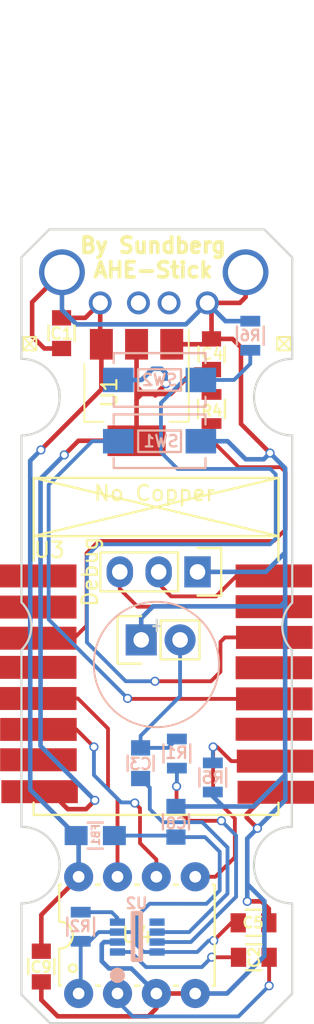
<source format=kicad_pcb>
(kicad_pcb (version 4) (host pcbnew 4.0.4-stable)

  (general
    (links 50)
    (no_connects 0)
    (area 140.549999 39.424999 171.43 106.500001)
    (thickness 1.6)
    (drawings 42)
    (tracks 279)
    (zones 0)
    (modules 22)
    (nets 19)
  )

  (page A4)
  (layers
    (0 F.Cu signal)
    (31 B.Cu signal)
    (32 B.Adhes user)
    (33 F.Adhes user)
    (34 B.Paste user)
    (35 F.Paste user)
    (36 B.SilkS user)
    (37 F.SilkS user)
    (38 B.Mask user)
    (39 F.Mask user)
    (40 Dwgs.User user)
    (41 Cmts.User user)
    (42 Eco1.User user)
    (43 Eco2.User user)
    (44 Edge.Cuts user)
    (45 Margin user)
    (46 B.CrtYd user)
    (47 F.CrtYd user)
    (48 B.Fab user)
    (49 F.Fab user hide)
  )

  (setup
    (last_trace_width 0.25)
    (trace_clearance 0.2)
    (zone_clearance 0.508)
    (zone_45_only yes)
    (trace_min 0.2)
    (segment_width 0.127)
    (edge_width 0.15)
    (via_size 0.6)
    (via_drill 0.4)
    (via_min_size 0.4)
    (via_min_drill 0.3)
    (uvia_size 0.3)
    (uvia_drill 0.1)
    (uvias_allowed no)
    (uvia_min_size 0.2)
    (uvia_min_drill 0.1)
    (pcb_text_width 0.3)
    (pcb_text_size 1.5 1.5)
    (mod_edge_width 0.15)
    (mod_text_size 1 1)
    (mod_text_width 0.15)
    (pad_size 1.524 1.524)
    (pad_drill 0.762)
    (pad_to_mask_clearance 0.2)
    (aux_axis_origin 0 0)
    (visible_elements 7FFEFFFF)
    (pcbplotparams
      (layerselection 0x01030_80000001)
      (usegerberextensions false)
      (excludeedgelayer true)
      (linewidth 0.100000)
      (plotframeref false)
      (viasonmask false)
      (mode 1)
      (useauxorigin false)
      (hpglpennumber 1)
      (hpglpenspeed 20)
      (hpglpendiameter 15)
      (hpglpenoverlay 2)
      (psnegative false)
      (psa4output false)
      (plotreference true)
      (plotvalue true)
      (plotinvisibletext false)
      (padsonsilk false)
      (subtractmaskfromsilk false)
      (outputformat 1)
      (mirror false)
      (drillshape 0)
      (scaleselection 1)
      (outputdirectory ""))
  )

  (net 0 "")
  (net 1 GND)
  (net 2 "Net-(C2-Pad1)")
  (net 3 "Net-(C3-Pad1)")
  (net 4 VCC)
  (net 5 ANALOG)
  (net 6 "Net-(P3-Pad2)")
  (net 7 "Net-(P3-Pad3)")
  (net 8 "Net-(R1-Pad1)")
  (net 9 "Net-(R4-Pad1)")
  (net 10 SS)
  (net 11 "Net-(R6-Pad2)")
  (net 12 "Net-(SW1-Pad1)")
  (net 13 MISO)
  (net 14 SCLK)
  (net 15 +5V)
  (net 16 "Net-(C3-Pad2)")
  (net 17 "Net-(C5-Pad2)")
  (net 18 "Net-(R2-Pad2)")

  (net_class Default "This is the default net class."
    (clearance 0.2)
    (trace_width 0.25)
    (via_dia 0.6)
    (via_drill 0.4)
    (uvia_dia 0.3)
    (uvia_drill 0.1)
    (add_net ANALOG)
    (add_net MISO)
    (add_net "Net-(C2-Pad1)")
    (add_net "Net-(C3-Pad1)")
    (add_net "Net-(C3-Pad2)")
    (add_net "Net-(C5-Pad2)")
    (add_net "Net-(P3-Pad2)")
    (add_net "Net-(P3-Pad3)")
    (add_net "Net-(R1-Pad1)")
    (add_net "Net-(R2-Pad2)")
    (add_net "Net-(R4-Pad1)")
    (add_net "Net-(R6-Pad2)")
    (add_net "Net-(SW1-Pad1)")
    (add_net SCLK)
    (add_net SS)
  )

  (net_class Power ""
    (clearance 0.2)
    (trace_width 0.3)
    (via_dia 0.6)
    (via_drill 0.4)
    (uvia_dia 0.3)
    (uvia_drill 0.1)
    (add_net +5V)
    (add_net GND)
    (add_net VCC)
  )

  (module ASKicadLib:USB_A_AS (layer F.Cu) (tedit 584E855C) (tstamp 584D989A)
    (at 150.8 49.1)
    (descr "USB A AS")
    (tags "USB USB_A")
    (path /58495BE0)
    (fp_text reference P1 (at -0.05 8.69) (layer F.SilkS) hide
      (effects (font (size 1 1) (thickness 0.15)))
    )
    (fp_text value USB_B (at 0.2 8.1) (layer F.Fab)
      (effects (font (size 1 1) (thickness 0.15)))
    )
    (fp_line (start -6 5.5) (end 6 5.5) (layer F.CrtYd) (width 0.15))
    (fp_line (start -6 -9.4) (end -6 9.4) (layer F.CrtYd) (width 0.15))
    (fp_line (start -6 9.4) (end 6 9.4) (layer F.CrtYd) (width 0.15))
    (fp_line (start 6 9.4) (end 6 -9.4) (layer F.CrtYd) (width 0.15))
    (fp_line (start 6 -9.4) (end -6 -9.4) (layer F.CrtYd) (width 0.15))
    (pad 4 thru_hole circle (at 3.5 10.3 270) (size 1.50114 1.50114) (drill 1.00076) (layers *.Cu *.Mask)
      (net 1 GND))
    (pad 3 thru_hole circle (at 1 10.3 270) (size 1.50114 1.50114) (drill 1.00076) (layers *.Cu *.Mask))
    (pad 2 thru_hole circle (at -1 10.3 270) (size 1.50114 1.50114) (drill 1.00076) (layers *.Cu *.Mask))
    (pad 1 thru_hole circle (at -3.5 10.3 270) (size 1.50114 1.50114) (drill 1.00076) (layers *.Cu *.Mask)
      (net 15 +5V))
    (pad 5 thru_hole circle (at 6 8.3 270) (size 2.99974 2.99974) (drill 2.30124) (layers *.Cu *.Mask)
      (net 1 GND))
    (pad 5 thru_hole circle (at -6 8.3 270) (size 2.99974 2.99974) (drill 2.30124) (layers *.Cu *.Mask)
      (net 1 GND))
    (model Connect.3dshapes/USB_A.wrl
      (at (xyz 0.14 0 0))
      (scale (xyz 1 1 1))
      (rotate (xyz 0 0 90))
    )
  )

  (module TO_SOT_Packages_SMD:SOT-223 (layer F.Cu) (tedit 584D9980) (tstamp 584B2BF6)
    (at 149.675 65.25 270)
    (descr "module CMS SOT223 4 pins")
    (tags "CMS SOT")
    (path /58495D09)
    (attr smd)
    (fp_text reference U1 (at 0 1.775 270) (layer F.SilkS)
      (effects (font (size 1 1) (thickness 0.15)))
    )
    (fp_text value LM1117-3.3 (at -16.525 0.85 360) (layer F.Fab)
      (effects (font (size 1 1) (thickness 0.15)))
    )
    (fp_line (start 1.91 3.41) (end 1.91 2.15) (layer F.SilkS) (width 0.12))
    (fp_line (start 1.91 -3.41) (end 1.91 -2.15) (layer F.SilkS) (width 0.12))
    (fp_line (start 4.4 -3.6) (end -4.4 -3.6) (layer F.CrtYd) (width 0.05))
    (fp_line (start 4.4 3.6) (end 4.4 -3.6) (layer F.CrtYd) (width 0.05))
    (fp_line (start -4.4 3.6) (end 4.4 3.6) (layer F.CrtYd) (width 0.05))
    (fp_line (start -4.4 -3.6) (end -4.4 3.6) (layer F.CrtYd) (width 0.05))
    (fp_line (start -1.85 -3.35) (end -1.85 3.35) (layer F.Fab) (width 0.15))
    (fp_line (start -1.85 3.41) (end 1.91 3.41) (layer F.SilkS) (width 0.12))
    (fp_line (start -1.85 -3.35) (end 1.85 -3.35) (layer F.Fab) (width 0.15))
    (fp_line (start -4.1 -3.41) (end 1.91 -3.41) (layer F.SilkS) (width 0.12))
    (fp_line (start -1.85 3.35) (end 1.85 3.35) (layer F.Fab) (width 0.15))
    (fp_line (start 1.85 -3.35) (end 1.85 3.35) (layer F.Fab) (width 0.15))
    (pad 4 smd rect (at 3.15 0 270) (size 2 3.8) (layers F.Cu F.Paste F.Mask)
      (net 4 VCC))
    (pad 2 smd rect (at -3.15 0 270) (size 2 1.5) (layers F.Cu F.Paste F.Mask)
      (net 4 VCC))
    (pad 3 smd rect (at -3.15 2.3 270) (size 2 1.5) (layers F.Cu F.Paste F.Mask)
      (net 15 +5V))
    (pad 1 smd rect (at -3.15 -2.3 270) (size 2 1.5) (layers F.Cu F.Paste F.Mask)
      (net 1 GND))
    (model TO_SOT_Packages_SMD.3dshapes/SOT-223.wrl
      (at (xyz 0 0 0))
      (scale (xyz 0.4 0.4 0.4))
      (rotate (xyz 0 0 90))
    )
  )

  (module Capacitors_SMD:C_0805 (layer F.Cu) (tedit 584D9989) (tstamp 584B2B6F)
    (at 144.775 61.375 270)
    (descr "Capacitor SMD 0805, reflow soldering, AVX (see smccp.pdf)")
    (tags "capacitor 0805")
    (path /58496BB4)
    (attr smd)
    (fp_text reference C1 (at 0.025 0 360) (layer F.SilkS)
      (effects (font (size 0.75 0.75) (thickness 0.15)))
    )
    (fp_text value 0,1 (at 0.075 0 270) (layer F.Fab)
      (effects (font (size 1 1) (thickness 0.15)))
    )
    (fp_line (start -1 0.625) (end -1 -0.625) (layer F.Fab) (width 0.15))
    (fp_line (start 1 0.625) (end -1 0.625) (layer F.Fab) (width 0.15))
    (fp_line (start 1 -0.625) (end 1 0.625) (layer F.Fab) (width 0.15))
    (fp_line (start -1 -0.625) (end 1 -0.625) (layer F.Fab) (width 0.15))
    (fp_line (start -1.8 -1) (end 1.8 -1) (layer F.CrtYd) (width 0.05))
    (fp_line (start -1.8 1) (end 1.8 1) (layer F.CrtYd) (width 0.05))
    (fp_line (start -1.8 -1) (end -1.8 1) (layer F.CrtYd) (width 0.05))
    (fp_line (start 1.8 -1) (end 1.8 1) (layer F.CrtYd) (width 0.05))
    (fp_line (start 0.5 -0.85) (end -0.5 -0.85) (layer F.SilkS) (width 0.15))
    (fp_line (start -0.5 0.85) (end 0.5 0.85) (layer F.SilkS) (width 0.15))
    (pad 1 smd rect (at -1 0 270) (size 1 1.25) (layers F.Cu F.Paste F.Mask)
      (net 15 +5V))
    (pad 2 smd rect (at 1 0 270) (size 1 1.25) (layers F.Cu F.Paste F.Mask)
      (net 1 GND))
    (model Capacitors_SMD.3dshapes/C_0805.wrl
      (at (xyz 0 0 0))
      (scale (xyz 1 1 1))
      (rotate (xyz 0 0 0))
    )
  )

  (module Power_Integrations:PDIP-8 (layer F.Cu) (tedit 0) (tstamp 584B30D3)
    (at 149.7 100.675)
    (descr "PDIP-8 Standard 300mil 8pin Dual In Line Package")
    (tags "Power Integrations P Package")
    (path /58495F1E)
    (fp_text reference U4 (at 0 0) (layer F.SilkS)
      (effects (font (size 1 1) (thickness 0.15)))
    )
    (fp_text value MCP3201 (at 0 0) (layer F.Fab)
      (effects (font (size 1 1) (thickness 0.15)))
    )
    (fp_line (start -5.08 0.889) (end -5.08 3.302) (layer F.SilkS) (width 0.15))
    (fp_line (start -5.08 -0.889) (end -5.08 -3.302) (layer F.SilkS) (width 0.15))
    (fp_arc (start -5.08 0) (end -4.191 0) (angle 90) (layer F.SilkS) (width 0.15))
    (fp_arc (start -5.08 0) (end -5.08 -0.889) (angle 90) (layer F.SilkS) (width 0.15))
    (fp_circle (center -4.191 2.159) (end -3.937 2.159) (layer F.SilkS) (width 0.15))
    (fp_line (start 5.08 3.302) (end 4.953 3.302) (layer F.SilkS) (width 0.15))
    (fp_line (start 2.413 3.302) (end 2.667 3.302) (layer F.SilkS) (width 0.15))
    (fp_line (start -0.127 3.302) (end 0.127 3.302) (layer F.SilkS) (width 0.15))
    (fp_line (start -2.667 3.302) (end -2.413 3.302) (layer F.SilkS) (width 0.15))
    (fp_line (start -5.08 3.302) (end -4.953 3.302) (layer F.SilkS) (width 0.15))
    (fp_line (start -5.08 -3.302) (end -4.953 -3.302) (layer F.SilkS) (width 0.15))
    (fp_line (start 5.08 -3.302) (end 4.953 -3.302) (layer F.SilkS) (width 0.15))
    (fp_line (start 2.413 -3.302) (end 2.667 -3.302) (layer F.SilkS) (width 0.15))
    (fp_line (start -0.127 -3.302) (end 0.127 -3.302) (layer F.SilkS) (width 0.15))
    (fp_line (start -2.667 -3.302) (end -2.413 -3.302) (layer F.SilkS) (width 0.15))
    (fp_line (start 5.08 3.302) (end 5.08 -3.302) (layer F.SilkS) (width 0.15))
    (pad 1 thru_hole circle (at -3.81 3.81) (size 1.905 1.905) (drill 0.762) (layers *.Cu *.Mask)
      (net 17 "Net-(C5-Pad2)"))
    (pad 2 thru_hole circle (at -1.27 3.81) (size 1.905 1.905) (drill 0.762) (layers *.Cu *.Mask)
      (net 5 ANALOG))
    (pad 3 thru_hole circle (at 1.27 3.81) (size 1.905 1.905) (drill 0.762) (layers *.Cu *.Mask)
      (net 1 GND))
    (pad 4 thru_hole circle (at 3.81 3.81) (size 1.905 1.905) (drill 0.762) (layers *.Cu *.Mask)
      (net 1 GND))
    (pad 5 thru_hole circle (at 3.81 -3.81) (size 1.905 1.905) (drill 0.762) (layers *.Cu *.Mask)
      (net 10 SS))
    (pad 6 thru_hole circle (at 1.27 -3.81) (size 1.905 1.905) (drill 0.762) (layers *.Cu *.Mask)
      (net 13 MISO))
    (pad 7 thru_hole circle (at -1.27 -3.81) (size 1.905 1.905) (drill 0.762) (layers *.Cu *.Mask)
      (net 14 SCLK))
    (pad 8 thru_hole circle (at -3.81 -3.81) (size 1.905 1.905) (drill 0.762) (layers *.Cu *.Mask)
      (net 15 +5V))
  )

  (module Capacitors_SMD:C_0805 (layer F.Cu) (tedit 584E6F1D) (tstamp 584B2B75)
    (at 157.34 102.12)
    (descr "Capacitor SMD 0805, reflow soldering, AVX (see smccp.pdf)")
    (tags "capacitor 0805")
    (path /584C93B0)
    (attr smd)
    (fp_text reference C2 (at 0.025 0.01 90) (layer F.SilkS)
      (effects (font (size 0.7 0.7) (thickness 0.15)))
    )
    (fp_text value 0,1 (at 0.05 -0.05) (layer F.Fab) hide
      (effects (font (size 1 1) (thickness 0.15)))
    )
    (fp_line (start -1 0.625) (end -1 -0.625) (layer F.Fab) (width 0.15))
    (fp_line (start 1 0.625) (end -1 0.625) (layer F.Fab) (width 0.15))
    (fp_line (start 1 -0.625) (end 1 0.625) (layer F.Fab) (width 0.15))
    (fp_line (start -1 -0.625) (end 1 -0.625) (layer F.Fab) (width 0.15))
    (fp_line (start -1.8 -1) (end 1.8 -1) (layer F.CrtYd) (width 0.05))
    (fp_line (start -1.8 1) (end 1.8 1) (layer F.CrtYd) (width 0.05))
    (fp_line (start -1.8 -1) (end -1.8 1) (layer F.CrtYd) (width 0.05))
    (fp_line (start 1.8 -1) (end 1.8 1) (layer F.CrtYd) (width 0.05))
    (fp_line (start 0.5 -0.85) (end -0.5 -0.85) (layer F.SilkS) (width 0.15))
    (fp_line (start -0.5 0.85) (end 0.5 0.85) (layer F.SilkS) (width 0.15))
    (pad 1 smd rect (at -1 0) (size 1 1.25) (layers F.Cu F.Paste F.Mask)
      (net 2 "Net-(C2-Pad1)"))
    (pad 2 smd rect (at 1 0) (size 1 1.25) (layers F.Cu F.Paste F.Mask)
      (net 5 ANALOG))
    (model Capacitors_SMD.3dshapes/C_0805.wrl
      (at (xyz 0 0 0))
      (scale (xyz 1 1 1))
      (rotate (xyz 0 0 0))
    )
  )

  (module Capacitors_SMD:C_0805 (layer B.Cu) (tedit 584DCAA0) (tstamp 584B2B7B)
    (at 149.94 89.45 270)
    (descr "Capacitor SMD 0805, reflow soldering, AVX (see smccp.pdf)")
    (tags "capacitor 0805")
    (path /584C9919)
    (attr smd)
    (fp_text reference C3 (at 0.05 0 360) (layer B.SilkS)
      (effects (font (size 0.75 0.75) (thickness 0.15)) (justify mirror))
    )
    (fp_text value 0,1 (at 0 -2.1 270) (layer B.Fab)
      (effects (font (size 1 1) (thickness 0.15)) (justify mirror))
    )
    (fp_line (start -1 -0.625) (end -1 0.625) (layer B.Fab) (width 0.15))
    (fp_line (start 1 -0.625) (end -1 -0.625) (layer B.Fab) (width 0.15))
    (fp_line (start 1 0.625) (end 1 -0.625) (layer B.Fab) (width 0.15))
    (fp_line (start -1 0.625) (end 1 0.625) (layer B.Fab) (width 0.15))
    (fp_line (start -1.8 1) (end 1.8 1) (layer B.CrtYd) (width 0.05))
    (fp_line (start -1.8 -1) (end 1.8 -1) (layer B.CrtYd) (width 0.05))
    (fp_line (start -1.8 1) (end -1.8 -1) (layer B.CrtYd) (width 0.05))
    (fp_line (start 1.8 1) (end 1.8 -1) (layer B.CrtYd) (width 0.05))
    (fp_line (start 0.5 0.85) (end -0.5 0.85) (layer B.SilkS) (width 0.15))
    (fp_line (start -0.5 -0.85) (end 0.5 -0.85) (layer B.SilkS) (width 0.15))
    (pad 1 smd rect (at -1 0 270) (size 1 1.25) (layers B.Cu B.Paste B.Mask)
      (net 3 "Net-(C3-Pad1)"))
    (pad 2 smd rect (at 1 0 270) (size 1 1.25) (layers B.Cu B.Paste B.Mask)
      (net 16 "Net-(C3-Pad2)"))
    (model Capacitors_SMD.3dshapes/C_0805.wrl
      (at (xyz 0 0 0))
      (scale (xyz 1 1 1))
      (rotate (xyz 0 0 0))
    )
  )

  (module Capacitors_SMD:C_0805 (layer F.Cu) (tedit 584D9973) (tstamp 584B2B81)
    (at 154.575 62.75 90)
    (descr "Capacitor SMD 0805, reflow soldering, AVX (see smccp.pdf)")
    (tags "capacitor 0805")
    (path /58496C2E)
    (attr smd)
    (fp_text reference C4 (at 0.025 0.05 180) (layer F.SilkS)
      (effects (font (size 0.75 0.75) (thickness 0.125)))
    )
    (fp_text value 10 (at -0.125 0.05 90) (layer F.Fab)
      (effects (font (size 1 1) (thickness 0.15)))
    )
    (fp_line (start -1 0.625) (end -1 -0.625) (layer F.Fab) (width 0.15))
    (fp_line (start 1 0.625) (end -1 0.625) (layer F.Fab) (width 0.15))
    (fp_line (start 1 -0.625) (end 1 0.625) (layer F.Fab) (width 0.15))
    (fp_line (start -1 -0.625) (end 1 -0.625) (layer F.Fab) (width 0.15))
    (fp_line (start -1.8 -1) (end 1.8 -1) (layer F.CrtYd) (width 0.05))
    (fp_line (start -1.8 1) (end 1.8 1) (layer F.CrtYd) (width 0.05))
    (fp_line (start -1.8 -1) (end -1.8 1) (layer F.CrtYd) (width 0.05))
    (fp_line (start 1.8 -1) (end 1.8 1) (layer F.CrtYd) (width 0.05))
    (fp_line (start 0.5 -0.85) (end -0.5 -0.85) (layer F.SilkS) (width 0.15))
    (fp_line (start -0.5 0.85) (end 0.5 0.85) (layer F.SilkS) (width 0.15))
    (pad 1 smd rect (at -1 0 90) (size 1 1.25) (layers F.Cu F.Paste F.Mask)
      (net 4 VCC))
    (pad 2 smd rect (at 1 0 90) (size 1 1.25) (layers F.Cu F.Paste F.Mask)
      (net 1 GND))
    (model Capacitors_SMD.3dshapes/C_0805.wrl
      (at (xyz 0 0 0))
      (scale (xyz 1 1 1))
      (rotate (xyz 0 0 0))
    )
  )

  (module Capacitors_SMD:C_0805 (layer F.Cu) (tedit 584E7050) (tstamp 584B2B87)
    (at 157.32 99.87 180)
    (descr "Capacitor SMD 0805, reflow soldering, AVX (see smccp.pdf)")
    (tags "capacitor 0805")
    (path /584C9688)
    (attr smd)
    (fp_text reference C5 (at 0.03 0.01 360) (layer F.SilkS)
      (effects (font (size 0.7 0.7) (thickness 0.15)))
    )
    (fp_text value 0,1 (at 0 2.1 180) (layer F.Fab)
      (effects (font (size 1 1) (thickness 0.15)))
    )
    (fp_line (start -1 0.625) (end -1 -0.625) (layer F.Fab) (width 0.15))
    (fp_line (start 1 0.625) (end -1 0.625) (layer F.Fab) (width 0.15))
    (fp_line (start 1 -0.625) (end 1 0.625) (layer F.Fab) (width 0.15))
    (fp_line (start -1 -0.625) (end 1 -0.625) (layer F.Fab) (width 0.15))
    (fp_line (start -1.8 -1) (end 1.8 -1) (layer F.CrtYd) (width 0.05))
    (fp_line (start -1.8 1) (end 1.8 1) (layer F.CrtYd) (width 0.05))
    (fp_line (start -1.8 -1) (end -1.8 1) (layer F.CrtYd) (width 0.05))
    (fp_line (start 1.8 -1) (end 1.8 1) (layer F.CrtYd) (width 0.05))
    (fp_line (start 0.5 -0.85) (end -0.5 -0.85) (layer F.SilkS) (width 0.15))
    (fp_line (start -0.5 0.85) (end 0.5 0.85) (layer F.SilkS) (width 0.15))
    (pad 1 smd rect (at -1 0 180) (size 1 1.25) (layers F.Cu F.Paste F.Mask)
      (net 1 GND))
    (pad 2 smd rect (at 1 0 180) (size 1 1.25) (layers F.Cu F.Paste F.Mask)
      (net 17 "Net-(C5-Pad2)"))
    (model Capacitors_SMD.3dshapes/C_0805.wrl
      (at (xyz 0 0 0))
      (scale (xyz 1 1 1))
      (rotate (xyz 0 0 0))
    )
  )

  (module Capacitors_SMD:C_0805 (layer B.Cu) (tedit 584E6F00) (tstamp 584B2B99)
    (at 152.25 93.275 270)
    (descr "Capacitor SMD 0805, reflow soldering, AVX (see smccp.pdf)")
    (tags "capacitor 0805")
    (path /58499029)
    (attr smd)
    (fp_text reference C8 (at 0.105 -0.02 360) (layer B.SilkS)
      (effects (font (size 0.7 0.7) (thickness 0.15)) (justify mirror))
    )
    (fp_text value 0,1 (at 0 -2.1 270) (layer B.Fab)
      (effects (font (size 1 1) (thickness 0.15)) (justify mirror))
    )
    (fp_line (start -1 -0.625) (end -1 0.625) (layer B.Fab) (width 0.15))
    (fp_line (start 1 -0.625) (end -1 -0.625) (layer B.Fab) (width 0.15))
    (fp_line (start 1 0.625) (end 1 -0.625) (layer B.Fab) (width 0.15))
    (fp_line (start -1 0.625) (end 1 0.625) (layer B.Fab) (width 0.15))
    (fp_line (start -1.8 1) (end 1.8 1) (layer B.CrtYd) (width 0.05))
    (fp_line (start -1.8 -1) (end 1.8 -1) (layer B.CrtYd) (width 0.05))
    (fp_line (start -1.8 1) (end -1.8 -1) (layer B.CrtYd) (width 0.05))
    (fp_line (start 1.8 1) (end 1.8 -1) (layer B.CrtYd) (width 0.05))
    (fp_line (start 0.5 0.85) (end -0.5 0.85) (layer B.SilkS) (width 0.15))
    (fp_line (start -0.5 -0.85) (end 0.5 -0.85) (layer B.SilkS) (width 0.15))
    (pad 1 smd rect (at -1 0 270) (size 1 1.25) (layers B.Cu B.Paste B.Mask)
      (net 1 GND))
    (pad 2 smd rect (at 1 0 270) (size 1 1.25) (layers B.Cu B.Paste B.Mask)
      (net 17 "Net-(C5-Pad2)"))
    (model Capacitors_SMD.3dshapes/C_0805.wrl
      (at (xyz 0 0 0))
      (scale (xyz 1 1 1))
      (rotate (xyz 0 0 0))
    )
  )

  (module Capacitors_SMD:C_0805 (layer F.Cu) (tedit 584E6F14) (tstamp 584B2B9F)
    (at 143.45 102.725 90)
    (descr "Capacitor SMD 0805, reflow soldering, AVX (see smccp.pdf)")
    (tags "capacitor 0805")
    (path /584989F9)
    (attr smd)
    (fp_text reference C9 (at -0.035 -0.01 180) (layer F.SilkS)
      (effects (font (size 0.7 0.7) (thickness 0.15)))
    )
    (fp_text value 0,1 (at 0 2.1 90) (layer F.Fab)
      (effects (font (size 1 1) (thickness 0.15)))
    )
    (fp_line (start -1 0.625) (end -1 -0.625) (layer F.Fab) (width 0.15))
    (fp_line (start 1 0.625) (end -1 0.625) (layer F.Fab) (width 0.15))
    (fp_line (start 1 -0.625) (end 1 0.625) (layer F.Fab) (width 0.15))
    (fp_line (start -1 -0.625) (end 1 -0.625) (layer F.Fab) (width 0.15))
    (fp_line (start -1.8 -1) (end 1.8 -1) (layer F.CrtYd) (width 0.05))
    (fp_line (start -1.8 1) (end 1.8 1) (layer F.CrtYd) (width 0.05))
    (fp_line (start -1.8 -1) (end -1.8 1) (layer F.CrtYd) (width 0.05))
    (fp_line (start 1.8 -1) (end 1.8 1) (layer F.CrtYd) (width 0.05))
    (fp_line (start 0.5 -0.85) (end -0.5 -0.85) (layer F.SilkS) (width 0.15))
    (fp_line (start -0.5 0.85) (end 0.5 0.85) (layer F.SilkS) (width 0.15))
    (pad 1 smd rect (at -1 0 90) (size 1 1.25) (layers F.Cu F.Paste F.Mask)
      (net 1 GND))
    (pad 2 smd rect (at 1 0 90) (size 1 1.25) (layers F.Cu F.Paste F.Mask)
      (net 15 +5V))
    (model Capacitors_SMD.3dshapes/C_0805.wrl
      (at (xyz 0 0 0))
      (scale (xyz 1 1 1))
      (rotate (xyz 0 0 0))
    )
  )

  (module Capacitors_SMD:C_0805_HandSoldering (layer B.Cu) (tedit 584E6F0A) (tstamp 584B2BA5)
    (at 146.975 94.175 180)
    (descr "Capacitor SMD 0805, hand soldering")
    (tags "capacitor 0805")
    (path /5849DA18)
    (attr smd)
    (fp_text reference FB1 (at -0.035 0.045 270) (layer B.SilkS)
      (effects (font (size 0.5 0.5) (thickness 0.125)) (justify mirror))
    )
    (fp_text value FERRITE (at 0 -2.1 180) (layer B.Fab)
      (effects (font (size 1 1) (thickness 0.15)) (justify mirror))
    )
    (fp_line (start -1 -0.625) (end -1 0.625) (layer B.Fab) (width 0.15))
    (fp_line (start 1 -0.625) (end -1 -0.625) (layer B.Fab) (width 0.15))
    (fp_line (start 1 0.625) (end 1 -0.625) (layer B.Fab) (width 0.15))
    (fp_line (start -1 0.625) (end 1 0.625) (layer B.Fab) (width 0.15))
    (fp_line (start -2.3 1) (end 2.3 1) (layer B.CrtYd) (width 0.05))
    (fp_line (start -2.3 -1) (end 2.3 -1) (layer B.CrtYd) (width 0.05))
    (fp_line (start -2.3 1) (end -2.3 -1) (layer B.CrtYd) (width 0.05))
    (fp_line (start 2.3 1) (end 2.3 -1) (layer B.CrtYd) (width 0.05))
    (fp_line (start 0.5 0.85) (end -0.5 0.85) (layer B.SilkS) (width 0.15))
    (fp_line (start -0.5 -0.85) (end 0.5 -0.85) (layer B.SilkS) (width 0.15))
    (pad 1 smd rect (at -1.25 0 180) (size 1.5 1.25) (layers B.Cu B.Paste B.Mask)
      (net 17 "Net-(C5-Pad2)"))
    (pad 2 smd rect (at 1.25 0 180) (size 1.5 1.25) (layers B.Cu B.Paste B.Mask)
      (net 15 +5V))
    (model Capacitors_SMD.3dshapes/C_0805_HandSoldering.wrl
      (at (xyz 0 0 0))
      (scale (xyz 1 1 1))
      (rotate (xyz 0 0 0))
    )
  )

  (module Socket_Strips:Socket_Strip_Straight_1x02 (layer F.Cu) (tedit 584DCAB4) (tstamp 584B2BB5)
    (at 149.98 81.4)
    (descr "Through hole socket strip")
    (tags "socket strip")
    (path /58497FE6)
    (fp_text reference P2 (at 20.375 -0.525 90) (layer F.SilkS) hide
      (effects (font (size 1 1) (thickness 0.15)))
    )
    (fp_text value MIC (at 0 -3.1) (layer F.Fab)
      (effects (font (size 1 1) (thickness 0.15)))
    )
    (fp_line (start -1.55 1.55) (end 0 1.55) (layer F.SilkS) (width 0.15))
    (fp_line (start 3.81 1.27) (end 1.27 1.27) (layer F.SilkS) (width 0.15))
    (fp_line (start -1.75 -1.75) (end -1.75 1.75) (layer F.CrtYd) (width 0.05))
    (fp_line (start 4.3 -1.75) (end 4.3 1.75) (layer F.CrtYd) (width 0.05))
    (fp_line (start -1.75 -1.75) (end 4.3 -1.75) (layer F.CrtYd) (width 0.05))
    (fp_line (start -1.75 1.75) (end 4.3 1.75) (layer F.CrtYd) (width 0.05))
    (fp_line (start 1.27 1.27) (end 1.27 -1.27) (layer F.SilkS) (width 0.15))
    (fp_line (start 0 -1.55) (end -1.55 -1.55) (layer F.SilkS) (width 0.15))
    (fp_line (start -1.55 -1.55) (end -1.55 1.55) (layer F.SilkS) (width 0.15))
    (fp_line (start 1.27 -1.27) (end 3.81 -1.27) (layer F.SilkS) (width 0.15))
    (fp_line (start 3.81 -1.27) (end 3.81 1.27) (layer F.SilkS) (width 0.15))
    (pad 1 thru_hole rect (at 0 0) (size 2.032 2.032) (drill 1.016) (layers *.Cu *.Mask)
      (net 1 GND))
    (pad 2 thru_hole oval (at 2.54 0) (size 2.032 2.032) (drill 1.016) (layers *.Cu *.Mask)
      (net 3 "Net-(C3-Pad1)"))
    (model Socket_Strips.3dshapes/Socket_Strip_Straight_1x02.wrl
      (at (xyz 0.05 0 0))
      (scale (xyz 1 1 1))
      (rotate (xyz 0 0 180))
    )
  )

  (module Socket_Strips:Socket_Strip_Straight_1x03 (layer F.Cu) (tedit 584E8544) (tstamp 584B2BBC)
    (at 153.66 76.96 180)
    (descr "Through hole socket strip")
    (tags "socket strip")
    (path /58496661)
    (fp_text reference Debug (at 7.03 0.01 450) (layer F.SilkS)
      (effects (font (size 1 1) (thickness 0.15)))
    )
    (fp_text value Debug (at 0 -3.1 180) (layer F.Fab)
      (effects (font (size 1 1) (thickness 0.15)))
    )
    (fp_line (start 0 -1.55) (end -1.55 -1.55) (layer F.SilkS) (width 0.15))
    (fp_line (start -1.55 -1.55) (end -1.55 1.55) (layer F.SilkS) (width 0.15))
    (fp_line (start -1.55 1.55) (end 0 1.55) (layer F.SilkS) (width 0.15))
    (fp_line (start -1.75 -1.75) (end -1.75 1.75) (layer F.CrtYd) (width 0.05))
    (fp_line (start 6.85 -1.75) (end 6.85 1.75) (layer F.CrtYd) (width 0.05))
    (fp_line (start -1.75 -1.75) (end 6.85 -1.75) (layer F.CrtYd) (width 0.05))
    (fp_line (start -1.75 1.75) (end 6.85 1.75) (layer F.CrtYd) (width 0.05))
    (fp_line (start 1.27 -1.27) (end 6.35 -1.27) (layer F.SilkS) (width 0.15))
    (fp_line (start 6.35 -1.27) (end 6.35 1.27) (layer F.SilkS) (width 0.15))
    (fp_line (start 6.35 1.27) (end 1.27 1.27) (layer F.SilkS) (width 0.15))
    (fp_line (start 1.27 1.27) (end 1.27 -1.27) (layer F.SilkS) (width 0.15))
    (pad 1 thru_hole rect (at 0 0 180) (size 1.7272 2.032) (drill 1.016) (layers *.Cu *.Mask)
      (net 1 GND))
    (pad 2 thru_hole oval (at 2.54 0 180) (size 1.7272 2.032) (drill 1.016) (layers *.Cu *.Mask)
      (net 6 "Net-(P3-Pad2)"))
    (pad 3 thru_hole oval (at 5.08 0 180) (size 1.7272 2.032) (drill 1.016) (layers *.Cu *.Mask)
      (net 7 "Net-(P3-Pad3)"))
    (model Socket_Strips.3dshapes/Socket_Strip_Straight_1x03.wrl
      (at (xyz 0.1 0 0))
      (scale (xyz 1 1 1))
      (rotate (xyz 0 0 180))
    )
  )

  (module Resistors_SMD:R_0805 (layer B.Cu) (tedit 584DCA97) (tstamp 584B2BC2)
    (at 152.31 88.82 90)
    (descr "Resistor SMD 0805, reflow soldering, Vishay (see dcrcw.pdf)")
    (tags "resistor 0805")
    (path /584C9A90)
    (attr smd)
    (fp_text reference R1 (at 0.05 -0.025 180) (layer B.SilkS)
      (effects (font (size 0.75 0.75) (thickness 0.15)) (justify mirror))
    )
    (fp_text value 2,2k (at 0 -2.1 90) (layer B.Fab)
      (effects (font (size 1 1) (thickness 0.15)) (justify mirror))
    )
    (fp_line (start -1 -0.625) (end -1 0.625) (layer B.Fab) (width 0.1))
    (fp_line (start 1 -0.625) (end -1 -0.625) (layer B.Fab) (width 0.1))
    (fp_line (start 1 0.625) (end 1 -0.625) (layer B.Fab) (width 0.1))
    (fp_line (start -1 0.625) (end 1 0.625) (layer B.Fab) (width 0.1))
    (fp_line (start -1.6 1) (end 1.6 1) (layer B.CrtYd) (width 0.05))
    (fp_line (start -1.6 -1) (end 1.6 -1) (layer B.CrtYd) (width 0.05))
    (fp_line (start -1.6 1) (end -1.6 -1) (layer B.CrtYd) (width 0.05))
    (fp_line (start 1.6 1) (end 1.6 -1) (layer B.CrtYd) (width 0.05))
    (fp_line (start 0.6 -0.875) (end -0.6 -0.875) (layer B.SilkS) (width 0.15))
    (fp_line (start -0.6 0.875) (end 0.6 0.875) (layer B.SilkS) (width 0.15))
    (pad 1 smd rect (at -0.95 0 90) (size 0.7 1.3) (layers B.Cu B.Paste B.Mask)
      (net 8 "Net-(R1-Pad1)"))
    (pad 2 smd rect (at 0.95 0 90) (size 0.7 1.3) (layers B.Cu B.Paste B.Mask)
      (net 3 "Net-(C3-Pad1)"))
    (model Resistors_SMD.3dshapes/R_0805.wrl
      (at (xyz 0 0 0))
      (scale (xyz 1 1 1))
      (rotate (xyz 0 0 0))
    )
  )

  (module Resistors_SMD:R_0805 (layer F.Cu) (tedit 584E6C3D) (tstamp 584B2BD4)
    (at 154.575 66.325 90)
    (descr "Resistor SMD 0805, reflow soldering, Vishay (see dcrcw.pdf)")
    (tags "resistor 0805")
    (path /58496E46)
    (attr smd)
    (fp_text reference R4 (at -0.125 0.025 180) (layer F.SilkS)
      (effects (font (size 0.7 0.7) (thickness 0.15)))
    )
    (fp_text value 10k (at 0 2.1 90) (layer F.Fab)
      (effects (font (size 1 1) (thickness 0.15)))
    )
    (fp_line (start -1 0.625) (end -1 -0.625) (layer F.Fab) (width 0.1))
    (fp_line (start 1 0.625) (end -1 0.625) (layer F.Fab) (width 0.1))
    (fp_line (start 1 -0.625) (end 1 0.625) (layer F.Fab) (width 0.1))
    (fp_line (start -1 -0.625) (end 1 -0.625) (layer F.Fab) (width 0.1))
    (fp_line (start -1.6 -1) (end 1.6 -1) (layer F.CrtYd) (width 0.05))
    (fp_line (start -1.6 1) (end 1.6 1) (layer F.CrtYd) (width 0.05))
    (fp_line (start -1.6 -1) (end -1.6 1) (layer F.CrtYd) (width 0.05))
    (fp_line (start 1.6 -1) (end 1.6 1) (layer F.CrtYd) (width 0.05))
    (fp_line (start 0.6 0.875) (end -0.6 0.875) (layer F.SilkS) (width 0.15))
    (fp_line (start -0.6 -0.875) (end 0.6 -0.875) (layer F.SilkS) (width 0.15))
    (pad 1 smd rect (at -0.95 0 90) (size 0.7 1.3) (layers F.Cu F.Paste F.Mask)
      (net 9 "Net-(R4-Pad1)"))
    (pad 2 smd rect (at 0.95 0 90) (size 0.7 1.3) (layers F.Cu F.Paste F.Mask)
      (net 4 VCC))
    (model Resistors_SMD.3dshapes/R_0805.wrl
      (at (xyz 0 0 0))
      (scale (xyz 1 1 1))
      (rotate (xyz 0 0 0))
    )
  )

  (module Resistors_SMD:R_0805 (layer B.Cu) (tedit 584E6F23) (tstamp 584B2BDA)
    (at 154.66 90.38 270)
    (descr "Resistor SMD 0805, reflow soldering, Vishay (see dcrcw.pdf)")
    (tags "resistor 0805")
    (path /58497D8F)
    (attr smd)
    (fp_text reference R5 (at 0.02 -0.005 540) (layer B.SilkS)
      (effects (font (size 0.75 0.75) (thickness 0.15)) (justify mirror))
    )
    (fp_text value 10k (at 0 -2.1 270) (layer B.Fab)
      (effects (font (size 1 1) (thickness 0.15)) (justify mirror))
    )
    (fp_line (start -1 -0.625) (end -1 0.625) (layer B.Fab) (width 0.1))
    (fp_line (start 1 -0.625) (end -1 -0.625) (layer B.Fab) (width 0.1))
    (fp_line (start 1 0.625) (end 1 -0.625) (layer B.Fab) (width 0.1))
    (fp_line (start -1 0.625) (end 1 0.625) (layer B.Fab) (width 0.1))
    (fp_line (start -1.6 1) (end 1.6 1) (layer B.CrtYd) (width 0.05))
    (fp_line (start -1.6 -1) (end 1.6 -1) (layer B.CrtYd) (width 0.05))
    (fp_line (start -1.6 1) (end -1.6 -1) (layer B.CrtYd) (width 0.05))
    (fp_line (start 1.6 1) (end 1.6 -1) (layer B.CrtYd) (width 0.05))
    (fp_line (start 0.6 -0.875) (end -0.6 -0.875) (layer B.SilkS) (width 0.15))
    (fp_line (start -0.6 0.875) (end 0.6 0.875) (layer B.SilkS) (width 0.15))
    (pad 1 smd rect (at -0.95 0 270) (size 0.7 1.3) (layers B.Cu B.Paste B.Mask)
      (net 10 SS))
    (pad 2 smd rect (at 0.95 0 270) (size 0.7 1.3) (layers B.Cu B.Paste B.Mask)
      (net 1 GND))
    (model Resistors_SMD.3dshapes/R_0805.wrl
      (at (xyz 0 0 0))
      (scale (xyz 1 1 1))
      (rotate (xyz 0 0 0))
    )
  )

  (module Resistors_SMD:R_0805 (layer B.Cu) (tedit 584E81A8) (tstamp 584B2BE0)
    (at 157.11 61.54 270)
    (descr "Resistor SMD 0805, reflow soldering, Vishay (see dcrcw.pdf)")
    (tags "resistor 0805")
    (path /584974BB)
    (attr smd)
    (fp_text reference R6 (at -0.01 0.01 540) (layer B.SilkS)
      (effects (font (size 0.7 0.7) (thickness 0.15)) (justify mirror))
    )
    (fp_text value 10k (at 0 -2.1 270) (layer B.Fab)
      (effects (font (size 1 1) (thickness 0.15)) (justify mirror))
    )
    (fp_line (start -1 -0.625) (end -1 0.625) (layer B.Fab) (width 0.1))
    (fp_line (start 1 -0.625) (end -1 -0.625) (layer B.Fab) (width 0.1))
    (fp_line (start 1 0.625) (end 1 -0.625) (layer B.Fab) (width 0.1))
    (fp_line (start -1 0.625) (end 1 0.625) (layer B.Fab) (width 0.1))
    (fp_line (start -1.6 1) (end 1.6 1) (layer B.CrtYd) (width 0.05))
    (fp_line (start -1.6 -1) (end 1.6 -1) (layer B.CrtYd) (width 0.05))
    (fp_line (start -1.6 1) (end -1.6 -1) (layer B.CrtYd) (width 0.05))
    (fp_line (start 1.6 1) (end 1.6 -1) (layer B.CrtYd) (width 0.05))
    (fp_line (start 0.6 -0.875) (end -0.6 -0.875) (layer B.SilkS) (width 0.15))
    (fp_line (start -0.6 0.875) (end 0.6 0.875) (layer B.SilkS) (width 0.15))
    (pad 1 smd rect (at -0.95 0 270) (size 0.7 1.3) (layers B.Cu B.Paste B.Mask)
      (net 1 GND))
    (pad 2 smd rect (at 0.95 0 270) (size 0.7 1.3) (layers B.Cu B.Paste B.Mask)
      (net 11 "Net-(R6-Pad2)"))
    (model Resistors_SMD.3dshapes/R_0805.wrl
      (at (xyz 0 0 0))
      (scale (xyz 1 1 1))
      (rotate (xyz 0 0 0))
    )
  )

  (module Buttons_Switches_SMD:SW_SPST_EVQPE1 (layer B.Cu) (tedit 584B3295) (tstamp 584B2BEE)
    (at 151.18 64.43 180)
    (descr "Light Touch Switch")
    (path /5849753C)
    (attr smd)
    (fp_text reference SW2 (at 0 0 180) (layer B.SilkS)
      (effects (font (size 0.75 0.75) (thickness 0.15)) (justify mirror))
    )
    (fp_text value SW_PUSH (at 0 -3 180) (layer B.Fab) hide
      (effects (font (size 1 1) (thickness 0.15)) (justify mirror))
    )
    (fp_line (start -1.4 0.7) (end 1.4 0.7) (layer B.SilkS) (width 0.15))
    (fp_line (start 1.4 0.7) (end 1.4 -0.7) (layer B.SilkS) (width 0.15))
    (fp_line (start 1.4 -0.7) (end -1.4 -0.7) (layer B.SilkS) (width 0.15))
    (fp_line (start -1.4 -0.7) (end -1.4 0.7) (layer B.SilkS) (width 0.15))
    (fp_line (start -3.95 2) (end 3.95 2) (layer B.CrtYd) (width 0.05))
    (fp_line (start 3.95 2) (end 3.95 -2) (layer B.CrtYd) (width 0.05))
    (fp_line (start 3.95 -2) (end -3.95 -2) (layer B.CrtYd) (width 0.05))
    (fp_line (start -3.95 -2) (end -3.95 2) (layer B.CrtYd) (width 0.05))
    (fp_line (start 3 1.75) (end 3 1.1) (layer B.SilkS) (width 0.15))
    (fp_line (start 3 -1.75) (end 3 -1.1) (layer B.SilkS) (width 0.15))
    (fp_line (start -3 -1.1) (end -3 -1.75) (layer B.SilkS) (width 0.15))
    (fp_line (start -3 1.75) (end -3 1.1) (layer B.SilkS) (width 0.15))
    (fp_line (start 3 1.75) (end -3 1.75) (layer B.SilkS) (width 0.15))
    (fp_line (start -3 -1.75) (end 3 -1.75) (layer B.SilkS) (width 0.15))
    (pad 2 smd rect (at 2.7 0 180) (size 2 1.6) (layers B.Cu B.Paste B.Mask)
      (net 4 VCC))
    (pad 1 smd rect (at -2.7 0 180) (size 2 1.6) (layers B.Cu B.Paste B.Mask)
      (net 11 "Net-(R6-Pad2)"))
  )

  (module ASKicadLib:ESP-07_AS (layer F.Cu) (tedit 584DCABC) (tstamp 584B2C25)
    (at 143.95 77.225)
    (descr "Module, ESP-8266, ESP-07v2, 16 pad, SMD")
    (tags "Module ESP-8266 ESP8266")
    (path /58495FE2)
    (fp_text reference U3 (at 0.025 -1.7 180) (layer F.SilkS)
      (effects (font (size 1 1) (thickness 0.15)))
    )
    (fp_text value ESP-07v2 (at 7.25 2.25) (layer F.Fab)
      (effects (font (size 1 1) (thickness 0.15)))
    )
    (fp_line (start -2.25 -0.5) (end -2.25 -6.65) (layer F.CrtYd) (width 0.05))
    (fp_line (start -2.25 -6.65) (end 16.25 -6.65) (layer F.CrtYd) (width 0.05))
    (fp_line (start 16.25 -6.65) (end 16.25 16) (layer F.CrtYd) (width 0.05))
    (fp_line (start 16.25 16) (end -2.25 16) (layer F.CrtYd) (width 0.05))
    (fp_line (start -2.25 16) (end -2.25 -0.5) (layer F.CrtYd) (width 0.05))
    (fp_line (start -1 -6.4) (end 15 -6.4) (layer F.SilkS) (width 0.1524))
    (fp_line (start 15 -6.4) (end 15 -1) (layer F.SilkS) (width 0.1524))
    (fp_line (start -1 -6.4) (end -1 -1) (layer F.SilkS) (width 0.1524))
    (fp_line (start -1 14.8) (end -1 15.6) (layer F.SilkS) (width 0.1524))
    (fp_line (start -1 15.6) (end 15 15.6) (layer F.SilkS) (width 0.1524))
    (fp_line (start 15 15.6) (end 15 14.8) (layer F.SilkS) (width 0.1524))
    (fp_line (start 15 -6.4) (end -1 -2.6) (layer F.SilkS) (width 0.1524))
    (fp_line (start -1 -6.4) (end 15 -2.6) (layer F.SilkS) (width 0.1524))
    (fp_text user "No Copper" (at 6.892 -5.4) (layer F.SilkS)
      (effects (font (size 1 1) (thickness 0.15)))
    )
    (fp_line (start -1.008 -2.6) (end 14.992 -2.6) (layer F.SilkS) (width 0.1524))
    (fp_line (start 15 -6.4) (end 15 15.6) (layer F.Fab) (width 0.05))
    (fp_line (start 15 15.6) (end -1 15.6) (layer F.Fab) (width 0.05))
    (fp_line (start -1.008 15.6) (end -1.008 -6.4) (layer F.Fab) (width 0.05))
    (fp_line (start -1 -6.4) (end 15 -6.4) (layer F.Fab) (width 0.05))
    (pad 9 smd rect (at 14.127 14.1224) (size 5 1.5) (drill (offset 0.7 0)) (layers F.Cu F.Paste F.Mask)
      (net 1 GND))
    (pad 10 smd rect (at 14.0762 12.0904) (size 5 1.5) (drill (offset 0.7 0)) (layers F.Cu F.Paste F.Mask)
      (net 10 SS))
    (pad 11 smd rect (at 14 10.0076) (size 5 1.5) (drill (offset 0.7 0)) (layers F.Cu F.Paste F.Mask))
    (pad 12 smd rect (at 14.0254 8.0264) (size 5 1.5) (drill (offset 0.7 0)) (layers F.Cu F.Paste F.Mask)
      (net 12 "Net-(SW1-Pad1)"))
    (pad 13 smd rect (at 14 5.9944) (size 5 1.5) (drill (offset 0.7 0)) (layers F.Cu F.Paste F.Mask))
    (pad 14 smd rect (at 14.0254 4.0132) (size 5 1.5) (drill (offset 0.7 0)) (layers F.Cu F.Paste F.Mask)
      (net 11 "Net-(R6-Pad2)"))
    (pad 15 smd rect (at 14 2.0066) (size 5 1.5) (drill (offset 0.7 0)) (layers F.Cu F.Paste F.Mask)
      (net 7 "Net-(P3-Pad3)"))
    (pad 8 smd rect (at 0.0889 14.0843) (size 5 1.5) (drill (offset -0.7 0)) (layers F.Cu F.Paste F.Mask)
      (net 4 VCC))
    (pad 7 smd rect (at 0.0127 12.0015) (size 5 1.5) (drill (offset -0.7 0)) (layers F.Cu F.Paste F.Mask))
    (pad 6 smd rect (at 0.0127 10.0203) (size 5 1.5) (drill (offset -0.7 0)) (layers F.Cu F.Paste F.Mask)
      (net 13 MISO))
    (pad 5 smd rect (at 0 8.001) (size 5 1.5) (drill (offset -0.7 0)) (layers F.Cu F.Paste F.Mask)
      (net 14 SCLK))
    (pad 4 smd rect (at 0 5.969) (size 5 1.5) (drill (offset -0.7 0)) (layers F.Cu F.Paste F.Mask))
    (pad 3 smd rect (at 0 4.064) (size 5 1.5) (drill (offset -0.7 0)) (layers F.Cu F.Paste F.Mask)
      (net 9 "Net-(R4-Pad1)"))
    (pad 2 smd rect (at 0 2.032) (size 5 1.5) (drill (offset -0.7 0)) (layers F.Cu F.Paste F.Mask))
    (pad 1 smd rect (at 0 0) (size 5 1.5) (drill (offset -0.7 0)) (layers F.Cu F.Paste F.Mask))
    (pad 16 smd rect (at 14 0) (size 5 1.5) (drill (offset 0.7 0)) (layers F.Cu F.Paste F.Mask)
      (net 6 "Net-(P3-Pad2)"))
    (model ${ESPLIB}/ESP8266.3dshapes/ESP-07v2.wrl
      (at (xyz 0 0 0))
      (scale (xyz 0.3937 0.3937 0.3937))
      (rotate (xyz 0 0 0))
    )
  )

  (module Buttons_Switches_SMD:SW_SPST_EVQPE1 (layer B.Cu) (tedit 584B3291) (tstamp 584B30CE)
    (at 151.18 68.43)
    (descr "Light Touch Switch")
    (path /5849792E)
    (attr smd)
    (fp_text reference SW1 (at 0.1 0) (layer B.SilkS)
      (effects (font (size 0.75 0.75) (thickness 0.15)) (justify mirror))
    )
    (fp_text value SW_PUSH (at 0 -3) (layer B.Fab) hide
      (effects (font (size 1 1) (thickness 0.15)) (justify mirror))
    )
    (fp_line (start -1.4 0.7) (end 1.4 0.7) (layer B.SilkS) (width 0.15))
    (fp_line (start 1.4 0.7) (end 1.4 -0.7) (layer B.SilkS) (width 0.15))
    (fp_line (start 1.4 -0.7) (end -1.4 -0.7) (layer B.SilkS) (width 0.15))
    (fp_line (start -1.4 -0.7) (end -1.4 0.7) (layer B.SilkS) (width 0.15))
    (fp_line (start -3.95 2) (end 3.95 2) (layer B.CrtYd) (width 0.05))
    (fp_line (start 3.95 2) (end 3.95 -2) (layer B.CrtYd) (width 0.05))
    (fp_line (start 3.95 -2) (end -3.95 -2) (layer B.CrtYd) (width 0.05))
    (fp_line (start -3.95 -2) (end -3.95 2) (layer B.CrtYd) (width 0.05))
    (fp_line (start 3 1.75) (end 3 1.1) (layer B.SilkS) (width 0.15))
    (fp_line (start 3 -1.75) (end 3 -1.1) (layer B.SilkS) (width 0.15))
    (fp_line (start -3 -1.1) (end -3 -1.75) (layer B.SilkS) (width 0.15))
    (fp_line (start -3 1.75) (end -3 1.1) (layer B.SilkS) (width 0.15))
    (fp_line (start 3 1.75) (end -3 1.75) (layer B.SilkS) (width 0.15))
    (fp_line (start -3 -1.75) (end 3 -1.75) (layer B.SilkS) (width 0.15))
    (pad 2 smd rect (at 2.7 0) (size 2 1.6) (layers B.Cu B.Paste B.Mask)
      (net 1 GND))
    (pad 1 smd rect (at -2.7 0) (size 2 1.6) (layers B.Cu B.Paste B.Mask)
      (net 12 "Net-(SW1-Pad1)"))
  )

  (module lab11-ic:SOT-23-8 (layer B.Cu) (tedit 584DC7E2) (tstamp 584C7999)
    (at 148.425 101.775 90)
    (path /584C8FC0)
    (fp_text reference U2 (at 3.175 1.25 180) (layer B.SilkS)
      (effects (font (size 0.7 0.7) (thickness 0.15)) (justify mirror))
    )
    (fp_text value MAX9813 (at 1.016 4.064 90) (layer B.Fab)
      (effects (font (size 1 1) (thickness 0.15)) (justify mirror))
    )
    (fp_line (start -0.508 1.016) (end -0.508 1.524) (layer B.SilkS) (width 0.307))
    (fp_line (start 2.54 1.016) (end -0.508 1.016) (layer B.SilkS) (width 0.307))
    (fp_line (start 2.54 1.524) (end 2.54 1.016) (layer B.SilkS) (width 0.307))
    (fp_line (start -0.508 1.524) (end 2.54 1.524) (layer B.SilkS) (width 0.307))
    (fp_circle (center -1.524 0) (end -1.274 0) (layer B.SilkS) (width 0.5))
    (pad 1 smd rect (at 0 0 90) (size 0.48 0.99) (layers B.Cu B.Paste B.Mask)
      (net 2 "Net-(C2-Pad1)"))
    (pad 2 smd rect (at 0.65 0 90) (size 0.48 0.99) (layers B.Cu B.Paste B.Mask)
      (net 1 GND))
    (pad 3 smd rect (at 1.3 0 90) (size 0.48 0.99) (layers B.Cu B.Paste B.Mask)
      (net 17 "Net-(C5-Pad2)"))
    (pad 4 smd rect (at 1.95 0 90) (size 0.48 0.99) (layers B.Cu B.Paste B.Mask)
      (net 18 "Net-(R2-Pad2)"))
    (pad 5 smd rect (at 1.95 2.59 90) (size 0.48 0.99) (layers B.Cu B.Paste B.Mask))
    (pad 6 smd rect (at 1.3 2.59 90) (size 0.48 0.99) (layers B.Cu B.Paste B.Mask)
      (net 16 "Net-(C3-Pad2)"))
    (pad 7 smd rect (at 0.65 2.59 90) (size 0.48 0.99) (layers B.Cu B.Paste B.Mask)
      (net 8 "Net-(R1-Pad1)"))
    (pad 8 smd rect (at 0 2.59 90) (size 0.48 0.99) (layers B.Cu B.Paste B.Mask)
      (net 17 "Net-(C5-Pad2)"))
  )

  (module Resistors_SMD:R_0805 (layer B.Cu) (tedit 584E6E29) (tstamp 584E6E8D)
    (at 146.025 100.125 90)
    (descr "Resistor SMD 0805, reflow soldering, Vishay (see dcrcw.pdf)")
    (tags "resistor 0805")
    (path /584DC9EA)
    (attr smd)
    (fp_text reference R2 (at 0.025 -0.024999 360) (layer B.SilkS)
      (effects (font (size 0.7 0.7) (thickness 0.15)) (justify mirror))
    )
    (fp_text value 2,2k (at 0 -2.1 90) (layer B.Fab)
      (effects (font (size 1 1) (thickness 0.15)) (justify mirror))
    )
    (fp_line (start -1 -0.625) (end -1 0.625) (layer B.Fab) (width 0.1))
    (fp_line (start 1 -0.625) (end -1 -0.625) (layer B.Fab) (width 0.1))
    (fp_line (start 1 0.625) (end 1 -0.625) (layer B.Fab) (width 0.1))
    (fp_line (start -1 0.625) (end 1 0.625) (layer B.Fab) (width 0.1))
    (fp_line (start -1.6 1) (end 1.6 1) (layer B.CrtYd) (width 0.05))
    (fp_line (start -1.6 -1) (end 1.6 -1) (layer B.CrtYd) (width 0.05))
    (fp_line (start -1.6 1) (end -1.6 -1) (layer B.CrtYd) (width 0.05))
    (fp_line (start 1.6 1) (end 1.6 -1) (layer B.CrtYd) (width 0.05))
    (fp_line (start 0.6 -0.875) (end -0.6 -0.875) (layer B.SilkS) (width 0.15))
    (fp_line (start -0.6 0.875) (end 0.6 0.875) (layer B.SilkS) (width 0.15))
    (pad 1 smd rect (at -0.95 0 90) (size 0.7 1.3) (layers B.Cu B.Paste B.Mask)
      (net 17 "Net-(C5-Pad2)"))
    (pad 2 smd rect (at 0.95 0 90) (size 0.7 1.3) (layers B.Cu B.Paste B.Mask)
      (net 18 "Net-(R2-Pad2)"))
    (model Resistors_SMD.3dshapes/R_0805.wrl
      (at (xyz 0 0 0))
      (scale (xyz 1 1 1))
      (rotate (xyz 0 0 0))
    )
  )

  (gr_line (start 159.76 104.6) (end 159.76 104.58) (angle 90) (layer Edge.Cuts) (width 0.15))
  (gr_text "By Sundberg\nAHE-Stick\n" (at 150.75 56.45) (layer F.SilkS)
    (effects (font (size 1 1) (thickness 0.25)))
  )
  (gr_circle (center 150.975 83.005) (end 152.875 86.63) (layer B.SilkS) (width 0.127))
  (gr_line (start 151.2 80.5) (end 150.775 80.5) (angle 90) (layer Edge.Cuts) (width 0.15))
  (gr_line (start 151 80.825) (end 151 80.1) (angle 90) (layer Edge.Cuts) (width 0.15))
  (gr_line (start 159.85 68.05) (end 159.85 78.975) (angle 90) (layer Edge.Cuts) (width 0.15))
  (gr_line (start 159.825 93.575) (end 159.825 82.05) (angle 90) (layer Edge.Cuts) (width 0.15))
  (gr_line (start 142.15 93.6) (end 142.15 82.05) (angle 90) (layer Edge.Cuts) (width 0.15))
  (gr_line (start 142.15 68.05) (end 142.15 78.95) (angle 90) (layer Edge.Cuts) (width 0.15))
  (gr_line (start 143.975 54.6) (end 158.025 54.6) (angle 90) (layer Edge.Cuts) (width 0.15))
  (gr_line (start 142.15 56.425) (end 143.975 54.6) (angle 90) (layer Edge.Cuts) (width 0.15))
  (gr_line (start 142.15 63.05) (end 142.15 56.45) (angle 90) (layer Edge.Cuts) (width 0.15))
  (gr_line (start 159.85 56.425) (end 158.025 54.6) (angle 90) (layer Edge.Cuts) (width 0.15))
  (gr_line (start 159.85 56.425) (end 159.85 63.05) (angle 90) (layer Edge.Cuts) (width 0.15))
  (gr_line (start 142.15 104.55) (end 142.15 98.6) (angle 90) (layer Edge.Cuts) (width 0.15))
  (gr_line (start 159.85 98.6) (end 159.85 104.5) (angle 90) (layer Edge.Cuts) (width 0.15))
  (gr_arc (start 159.85 65.55) (end 159.85 68.05) (angle 90) (layer Edge.Cuts) (width 0.15))
  (gr_arc (start 142.15 65.55) (end 144.65 65.55) (angle 90) (layer Edge.Cuts) (width 0.15))
  (gr_arc (start 142.15 65.55) (end 142.15 63.05) (angle 90) (layer Edge.Cuts) (width 0.15))
  (gr_arc (start 159.85 65.55) (end 157.35 65.55) (angle 90) (layer Edge.Cuts) (width 0.15))
  (gr_arc (start 159.85 96.1) (end 159.85 98.6) (angle 90) (layer Edge.Cuts) (width 0.15))
  (gr_arc (start 159.85 96.1) (end 157.35 96.125) (angle 90) (layer Edge.Cuts) (width 0.15))
  (gr_arc (start 142.15 96.1) (end 144.65 96.1) (angle 90) (layer Edge.Cuts) (width 0.15))
  (gr_arc (start 142.15 96.1) (end 142.15 93.6) (angle 90) (layer Edge.Cuts) (width 0.15))
  (gr_line (start 142.15 104.55) (end 144.025 106.425) (angle 90) (layer Edge.Cuts) (width 0.15))
  (gr_line (start 157.925 106.425) (end 144.05 106.425) (angle 90) (layer Edge.Cuts) (width 0.15))
  (gr_line (start 157.925 106.425) (end 159.85 104.5) (angle 90) (layer Edge.Cuts) (width 0.15))
  (gr_arc (start 161.375 80.525) (end 159.85 82.075) (angle 90) (layer Edge.Cuts) (width 0.15) (tstamp 584C826A))
  (gr_arc (start 140.625 80.5) (end 142.15 78.95) (angle 90) (layer Edge.Cuts) (width 0.15))
  (gr_line (start 143.125 62.5) (end 142.25 61.625) (angle 90) (layer F.SilkS) (width 0.127) (tstamp 584C7F2C))
  (gr_line (start 143.125 61.625) (end 142.25 61.625) (angle 90) (layer F.SilkS) (width 0.127) (tstamp 584C7F2B))
  (gr_line (start 143.1 61.65) (end 142.25 62.5) (angle 90) (layer F.SilkS) (width 0.127) (tstamp 584C7F2A))
  (gr_line (start 142.25 62.5) (end 142.25 61.625) (angle 90) (layer F.SilkS) (width 0.127) (tstamp 584C7F29))
  (gr_line (start 142.25 62.5) (end 143.125 62.5) (angle 90) (layer F.SilkS) (width 0.127) (tstamp 584C7F28))
  (gr_line (start 143.125 62.5) (end 143.125 61.625) (angle 90) (layer F.SilkS) (width 0.127) (tstamp 584C7F27))
  (gr_line (start 159.75 62.5) (end 159.75 61.625) (angle 90) (layer F.SilkS) (width 0.127))
  (gr_line (start 158.875 62.5) (end 159.75 62.5) (angle 90) (layer F.SilkS) (width 0.127))
  (gr_line (start 158.875 62.5) (end 158.875 61.625) (angle 90) (layer F.SilkS) (width 0.127))
  (gr_line (start 159.725 61.65) (end 158.875 62.5) (angle 90) (layer F.SilkS) (width 0.127))
  (gr_line (start 159.75 61.625) (end 158.875 61.625) (angle 90) (layer F.SilkS) (width 0.127))
  (gr_line (start 159.75 62.5) (end 158.875 61.625) (angle 90) (layer F.SilkS) (width 0.127))
  (gr_line (start 144.625 65.525) (end 144.625 65.025) (angle 90) (layer Edge.Cuts) (width 0.15))

  (segment (start 157.11 60.59) (end 155.49 60.59) (width 0.3) (layer B.Cu) (net 1))
  (segment (start 155.49 60.59) (end 154.3 59.4) (width 0.3) (layer B.Cu) (net 1) (tstamp 584E820D))
  (segment (start 154.66 91.33) (end 154.66 91.61) (width 0.3) (layer B.Cu) (net 1))
  (segment (start 154.66 91.61) (end 155.325 92.275) (width 0.3) (layer B.Cu) (net 1) (tstamp 584E8126))
  (segment (start 153.88 68.43) (end 155.63 68.43) (width 0.3) (layer B.Cu) (net 1))
  (segment (start 157.99 69.61) (end 158.4 69.2) (width 0.3) (layer B.Cu) (net 1) (tstamp 584E8056))
  (segment (start 156.81 69.61) (end 157.99 69.61) (width 0.3) (layer B.Cu) (net 1) (tstamp 584E8055))
  (segment (start 155.63 68.43) (end 156.81 69.61) (width 0.3) (layer B.Cu) (net 1) (tstamp 584E8054))
  (segment (start 153.66 76.96) (end 158.12 76.96) (width 0.3) (layer B.Cu) (net 1))
  (segment (start 158.12 76.96) (end 159.3875 75.6925) (width 0.3) (layer B.Cu) (net 1) (tstamp 584E7FA0))
  (segment (start 149.98 81.4) (end 149.98 79.98) (width 0.3) (layer B.Cu) (net 1))
  (segment (start 159.08 79.21) (end 159.3875 78.9025) (width 0.3) (layer B.Cu) (net 1) (tstamp 584E7F50))
  (segment (start 150.75 79.21) (end 159.08 79.21) (width 0.3) (layer B.Cu) (net 1) (tstamp 584E7F4F))
  (segment (start 149.98 79.98) (end 150.75 79.21) (width 0.3) (layer B.Cu) (net 1) (tstamp 584E7F4D))
  (segment (start 158.03 98.65) (end 158.03 98.46) (width 0.3) (layer B.Cu) (net 1))
  (segment (start 158.03 98.46) (end 156.91 97.34) (width 0.3) (layer B.Cu) (net 1) (tstamp 584E7E54))
  (segment (start 156.91 98.47) (end 156.91 97.34) (width 0.3) (layer B.Cu) (net 1))
  (segment (start 158.32 98.95) (end 157.84 98.47) (width 0.3) (layer F.Cu) (net 1) (tstamp 584E7121))
  (segment (start 157.84 98.47) (end 156.91 98.47) (width 0.3) (layer F.Cu) (net 1) (tstamp 584E7122))
  (via (at 156.91 98.47) (size 0.6) (drill 0.4) (layers F.Cu B.Cu) (net 1))
  (segment (start 158.32 99.87) (end 158.32 98.95) (width 0.3) (layer F.Cu) (net 1))
  (segment (start 156.91 97.34) (end 156.91 94.365) (width 0.3) (layer B.Cu) (net 1) (tstamp 584E7E57))
  (segment (start 156.91 94.365) (end 157.575 93.7) (width 0.3) (layer B.Cu) (net 1) (tstamp 584E7E4F))
  (segment (start 158.0144 91.41) (end 158.077 91.3474) (width 0.3) (layer F.Cu) (net 1) (tstamp 584E728E))
  (segment (start 153.51 104.485) (end 155.585 104.485) (width 0.3) (layer B.Cu) (net 1))
  (segment (start 158.03 102.04) (end 158.03 98.65) (width 0.3) (layer B.Cu) (net 1) (tstamp 584E7055))
  (segment (start 158.03 98.65) (end 158.03 98.63) (width 0.3) (layer B.Cu) (net 1) (tstamp 584E7E52))
  (segment (start 155.585 104.485) (end 158.03 102.04) (width 0.3) (layer B.Cu) (net 1) (tstamp 584E7053))
  (segment (start 148.425 101.125) (end 147.55 101.125) (width 0.3) (layer B.Cu) (net 1))
  (segment (start 149.335 102.85) (end 150.97 104.485) (width 0.3) (layer B.Cu) (net 1) (tstamp 584E6F2E))
  (segment (start 147.875 102.85) (end 149.335 102.85) (width 0.3) (layer B.Cu) (net 1) (tstamp 584E6F2D))
  (segment (start 147.4 102.375) (end 147.875 102.85) (width 0.3) (layer B.Cu) (net 1) (tstamp 584E6F2C))
  (segment (start 147.4 101.275) (end 147.4 102.375) (width 0.3) (layer B.Cu) (net 1) (tstamp 584E6F2B))
  (segment (start 147.55 101.125) (end 147.4 101.275) (width 0.3) (layer B.Cu) (net 1) (tstamp 584E6F2A))
  (segment (start 159.3875 90.2125) (end 159.3875 78.9025) (width 0.3) (layer B.Cu) (net 1))
  (segment (start 159.3875 78.9025) (end 159.3875 75.6925) (width 0.3) (layer B.Cu) (net 1) (tstamp 584E7F53))
  (segment (start 159.3875 75.6925) (end 159.3875 70.1875) (width 0.3) (layer B.Cu) (net 1) (tstamp 584E7FA4))
  (segment (start 155.95 61.75) (end 154.575 61.75) (width 0.3) (layer F.Cu) (net 1) (tstamp 584E6DE9))
  (segment (start 159.3875 70.1875) (end 158.4 69.2) (width 0.3) (layer B.Cu) (net 1) (tstamp 584E6DE2))
  (segment (start 154.3 59.4) (end 156.425 59.4) (width 0.3) (layer F.Cu) (net 1))
  (segment (start 156.8 59.025) (end 156.8 57.4) (width 0.3) (layer F.Cu) (net 1) (tstamp 584E6DDD))
  (segment (start 156.425 59.4) (end 156.8 59.025) (width 0.3) (layer F.Cu) (net 1) (tstamp 584E6DDC))
  (segment (start 154.575 61.75) (end 154.575 59.675) (width 0.3) (layer F.Cu) (net 1))
  (segment (start 154.575 59.675) (end 154.3 59.4) (width 0.3) (layer F.Cu) (net 1) (tstamp 584E6DC1))
  (segment (start 151.975 62.1) (end 154.225 62.1) (width 0.3) (layer F.Cu) (net 1))
  (segment (start 154.225 62.1) (end 154.575 61.75) (width 0.3) (layer F.Cu) (net 1) (tstamp 584E6DBE))
  (segment (start 144.8 57.4) (end 144.8 59.85) (width 0.3) (layer B.Cu) (net 1))
  (segment (start 152.9 60.8) (end 154.3 59.4) (width 0.3) (layer B.Cu) (net 1) (tstamp 584E6DB2))
  (segment (start 145.75 60.8) (end 152.9 60.8) (width 0.3) (layer B.Cu) (net 1) (tstamp 584E6DB1))
  (segment (start 144.8 59.85) (end 145.75 60.8) (width 0.3) (layer B.Cu) (net 1) (tstamp 584E6DB0))
  (segment (start 144.775 62.375) (end 143.65 62.375) (width 0.3) (layer F.Cu) (net 1))
  (segment (start 142.85 59.35) (end 144.8 57.4) (width 0.3) (layer F.Cu) (net 1) (tstamp 584E6DAC))
  (segment (start 142.85 61.575) (end 142.85 59.35) (width 0.3) (layer F.Cu) (net 1) (tstamp 584E6DAB))
  (segment (start 143.65 62.375) (end 142.85 61.575) (width 0.3) (layer F.Cu) (net 1) (tstamp 584E6DAA))
  (segment (start 152.25 92.275) (end 155.325 92.275) (width 0.3) (layer B.Cu) (net 1))
  (segment (start 155.325 92.275) (end 157.325 92.275) (width 0.3) (layer B.Cu) (net 1) (tstamp 584E8129))
  (segment (start 157.325 92.275) (end 159.3875 90.2125) (width 0.3) (layer B.Cu) (net 1) (tstamp 584DCABE))
  (segment (start 159.3875 90.2125) (end 159.4 90.2) (width 0.3) (layer B.Cu) (net 1) (tstamp 584E6DE0))
  (segment (start 157.575 93.675) (end 159.4 91.85) (width 0.3) (layer B.Cu) (net 1) (tstamp 584DC1DB))
  (segment (start 159.4 91.85) (end 159.4 90.2) (width 0.3) (layer B.Cu) (net 1) (tstamp 584DC1BA))
  (segment (start 157.575 93.7) (end 157.575 93.675) (width 0.3) (layer B.Cu) (net 1) (tstamp 584DC1DA))
  (segment (start 150.97 104.485) (end 153.51 104.485) (width 0.3) (layer F.Cu) (net 1))
  (segment (start 150.1 105.975) (end 150.45 105.975) (width 0.3) (layer F.Cu) (net 1))
  (segment (start 150.97 105.455) (end 150.97 104.485) (width 0.3) (layer F.Cu) (net 1) (tstamp 584DC7A7))
  (segment (start 150.45 105.975) (end 150.97 105.455) (width 0.3) (layer F.Cu) (net 1) (tstamp 584DC7A6))
  (segment (start 143.45 103.725) (end 143.45 104.9) (width 0.3) (layer F.Cu) (net 1))
  (segment (start 144.525 105.975) (end 150.1 105.975) (width 0.3) (layer F.Cu) (net 1) (tstamp 584DC785))
  (segment (start 150.1 105.975) (end 150.15 105.975) (width 0.3) (layer F.Cu) (net 1) (tstamp 584DC7A4))
  (segment (start 143.45 104.9) (end 144.525 105.975) (width 0.3) (layer F.Cu) (net 1) (tstamp 584DC784))
  (segment (start 158.077 91.3474) (end 158.077 91.573) (width 0.3) (layer F.Cu) (net 1))
  (segment (start 158.077 91.573) (end 156.875 92.775) (width 0.3) (layer F.Cu) (net 1) (tstamp 584DC1CE))
  (via (at 157.575 93.7) (size 0.6) (drill 0.4) (layers F.Cu B.Cu) (net 1))
  (segment (start 156.875 93) (end 157.575 93.7) (width 0.3) (layer F.Cu) (net 1) (tstamp 584DC1D2))
  (segment (start 156.875 92.775) (end 156.875 93) (width 0.3) (layer F.Cu) (net 1) (tstamp 584DC1D1))
  (segment (start 157.575 93.7) (end 157.5625 93.6875) (width 0.3) (layer B.Cu) (net 1) (tstamp 584DC1D7))
  (segment (start 157.5625 93.6875) (end 157.575 93.7) (width 0.3) (layer B.Cu) (net 1) (tstamp 584DC1D8))
  (segment (start 156.5 62.3) (end 155.95 61.75) (width 0.3) (layer F.Cu) (net 1) (tstamp 584E6DE8))
  (segment (start 156.5 67.3) (end 156.5 62.3) (width 0.3) (layer F.Cu) (net 1) (tstamp 584E6DE6))
  (segment (start 158.4 69.2) (end 156.5 67.3) (width 0.3) (layer F.Cu) (net 1) (tstamp 584E6DE5))
  (via (at 158.4 69.2) (size 0.6) (drill 0.4) (layers F.Cu B.Cu) (net 1))
  (segment (start 148.425 101.775) (end 149.305 101.775) (width 0.25) (layer B.Cu) (net 2))
  (segment (start 154.6 102.12) (end 156.34 102.12) (width 0.25) (layer F.Cu) (net 2) (tstamp 584E714F))
  (segment (start 154.59 102.11) (end 154.6 102.12) (width 0.25) (layer F.Cu) (net 2) (tstamp 584E714E))
  (via (at 154.59 102.11) (size 0.6) (drill 0.4) (layers F.Cu B.Cu) (net 2))
  (segment (start 153.94 102.76) (end 154.59 102.11) (width 0.25) (layer B.Cu) (net 2) (tstamp 584E714B))
  (segment (start 150.29 102.76) (end 153.94 102.76) (width 0.25) (layer B.Cu) (net 2) (tstamp 584E714A))
  (segment (start 149.305 101.775) (end 150.29 102.76) (width 0.25) (layer B.Cu) (net 2) (tstamp 584E7149))
  (segment (start 149.94 88.45) (end 151.73 88.45) (width 0.25) (layer B.Cu) (net 3))
  (segment (start 151.73 88.45) (end 152.31 87.87) (width 0.25) (layer B.Cu) (net 3) (tstamp 584E7F1A))
  (segment (start 152.52 81.4) (end 152.52 85.08) (width 0.25) (layer B.Cu) (net 3))
  (segment (start 149.94 87.66) (end 149.94 88.45) (width 0.25) (layer B.Cu) (net 3) (tstamp 584E7F17))
  (segment (start 152.52 85.08) (end 149.94 87.66) (width 0.25) (layer B.Cu) (net 3) (tstamp 584E7F15))
  (segment (start 148.48 64.43) (end 150 64.43) (width 0.3) (layer B.Cu) (net 4))
  (segment (start 150.9 65.44) (end 150.9 65.35) (width 0.3) (layer F.Cu) (net 4) (tstamp 584E8219))
  (segment (start 150.93 65.41) (end 150.9 65.44) (width 0.3) (layer F.Cu) (net 4) (tstamp 584E8218))
  (segment (start 150.93 65.35) (end 150.93 65.41) (width 0.3) (layer F.Cu) (net 4) (tstamp 584E8217))
  (segment (start 151.6 64.68) (end 150.93 65.35) (width 0.3) (layer F.Cu) (net 4) (tstamp 584E8216))
  (via (at 151.6 64.68) (size 0.6) (drill 0.4) (layers F.Cu B.Cu) (net 4))
  (segment (start 151.58 64.66) (end 151.6 64.68) (width 0.3) (layer B.Cu) (net 4) (tstamp 584E8214))
  (segment (start 151.58 63.98) (end 151.58 64.66) (width 0.3) (layer B.Cu) (net 4) (tstamp 584E8213))
  (segment (start 151.3 63.7) (end 151.58 63.98) (width 0.3) (layer B.Cu) (net 4) (tstamp 584E8212))
  (segment (start 150.73 63.7) (end 151.3 63.7) (width 0.3) (layer B.Cu) (net 4) (tstamp 584E8211))
  (segment (start 150 64.43) (end 150.73 63.7) (width 0.3) (layer B.Cu) (net 4) (tstamp 584E8210))
  (segment (start 149.675 68.4) (end 145.875 68.4) (width 0.3) (layer F.Cu) (net 4))
  (segment (start 145.1796 92.45) (end 144.0389 91.3093) (width 0.3) (layer F.Cu) (net 4) (tstamp 584E6E08))
  (segment (start 146.375 92.45) (end 145.1796 92.45) (width 0.3) (layer F.Cu) (net 4) (tstamp 584E6E07))
  (segment (start 146.95 91.875) (end 146.375 92.45) (width 0.3) (layer F.Cu) (net 4) (tstamp 584E6E06))
  (via (at 146.95 91.875) (size 0.6) (drill 0.4) (layers F.Cu B.Cu) (net 4))
  (segment (start 143.4 88.325) (end 146.95 91.875) (width 0.3) (layer B.Cu) (net 4) (tstamp 584E6E02))
  (segment (start 143.4 70.875) (end 143.4 88.325) (width 0.3) (layer B.Cu) (net 4) (tstamp 584E6E00))
  (segment (start 144.95 69.325) (end 143.4 70.875) (width 0.3) (layer B.Cu) (net 4) (tstamp 584E6DFF))
  (via (at 144.95 69.325) (size 0.6) (drill 0.4) (layers F.Cu B.Cu) (net 4))
  (segment (start 145.875 68.4) (end 144.95 69.325) (width 0.3) (layer F.Cu) (net 4) (tstamp 584E6DFC))
  (segment (start 149.675 65.775) (end 149.675 65.675) (width 0.3) (layer F.Cu) (net 4))
  (segment (start 149.675 65.675) (end 150 65.35) (width 0.3) (layer F.Cu) (net 4) (tstamp 584E6DD9))
  (segment (start 150 65.35) (end 150 65.2) (width 0.3) (layer F.Cu) (net 4))
  (segment (start 150 65.2) (end 149.675 64.875) (width 0.3) (layer F.Cu) (net 4) (tstamp 584E6DD2))
  (segment (start 151.9 65.35) (end 150.9 65.35) (width 0.3) (layer F.Cu) (net 4) (tstamp 584E6DC7))
  (segment (start 150.9 65.35) (end 150 65.35) (width 0.3) (layer F.Cu) (net 4) (tstamp 584E821A))
  (segment (start 150 65.35) (end 149.675 65.35) (width 0.3) (layer F.Cu) (net 4) (tstamp 584E6DD0))
  (segment (start 149.675 62.1) (end 149.675 64.875) (width 0.3) (layer F.Cu) (net 4))
  (segment (start 149.675 64.875) (end 149.675 65.35) (width 0.3) (layer F.Cu) (net 4) (tstamp 584E6DD5))
  (segment (start 149.675 65.35) (end 149.675 65.775) (width 0.3) (layer F.Cu) (net 4) (tstamp 584E6DCB))
  (segment (start 149.675 65.775) (end 149.675 68.4) (width 0.3) (layer F.Cu) (net 4) (tstamp 584E6DD7))
  (segment (start 154.575 63.75) (end 153.5 63.75) (width 0.3) (layer F.Cu) (net 4))
  (segment (start 153.5 63.75) (end 151.9 65.35) (width 0.3) (layer F.Cu) (net 4) (tstamp 584E6DC6))
  (segment (start 154.575 65.375) (end 154.575 63.75) (width 0.3) (layer F.Cu) (net 4))
  (segment (start 148.43 104.485) (end 148.43 104.99) (width 0.25) (layer B.Cu) (net 5))
  (segment (start 148.43 104.99) (end 149.42 105.98) (width 0.25) (layer B.Cu) (net 5) (tstamp 584E7152))
  (segment (start 149.42 105.98) (end 156.34 105.98) (width 0.25) (layer B.Cu) (net 5) (tstamp 584E7153))
  (segment (start 156.34 105.98) (end 158.34 103.98) (width 0.25) (layer B.Cu) (net 5) (tstamp 584E7154))
  (via (at 158.34 103.98) (size 0.6) (drill 0.4) (layers F.Cu B.Cu) (net 5))
  (segment (start 158.34 103.98) (end 158.34 102.12) (width 0.25) (layer F.Cu) (net 5) (tstamp 584E7158))
  (segment (start 151.12 76.96) (end 151.12 77.74) (width 0.25) (layer F.Cu) (net 6))
  (segment (start 151.12 77.74) (end 151.94 78.56) (width 0.25) (layer F.Cu) (net 6) (tstamp 584E7FA7))
  (segment (start 151.94 78.56) (end 154.87 78.56) (width 0.25) (layer F.Cu) (net 6) (tstamp 584E7FA8))
  (segment (start 154.87 78.56) (end 156.205 77.225) (width 0.25) (layer F.Cu) (net 6) (tstamp 584E7FA9))
  (segment (start 156.205 77.225) (end 157.95 77.225) (width 0.25) (layer F.Cu) (net 6) (tstamp 584E7FAD))
  (segment (start 148.58 76.96) (end 148.58 78.07) (width 0.25) (layer F.Cu) (net 7))
  (segment (start 149.7416 79.2316) (end 157.95 79.2316) (width 0.25) (layer F.Cu) (net 7) (tstamp 584E7FCC))
  (segment (start 148.58 78.07) (end 149.7416 79.2316) (width 0.25) (layer F.Cu) (net 7) (tstamp 584E7FCB))
  (segment (start 152.31 89.77) (end 152.31 90.94) (width 0.25) (layer B.Cu) (net 8))
  (segment (start 153.225 101.125) (end 151.015 101.125) (width 0.25) (layer B.Cu) (net 8) (tstamp 584E7EC7))
  (segment (start 156.18 98.17) (end 153.225 101.125) (width 0.25) (layer B.Cu) (net 8) (tstamp 584E7EC5))
  (segment (start 156.18 94.17) (end 156.18 98.17) (width 0.25) (layer B.Cu) (net 8) (tstamp 584E7EC4))
  (segment (start 155.22 93.21) (end 156.18 94.17) (width 0.25) (layer B.Cu) (net 8) (tstamp 584E7EC3))
  (via (at 155.22 93.21) (size 0.6) (drill 0.4) (layers F.Cu B.Cu) (net 8))
  (segment (start 153.13 93.21) (end 155.22 93.21) (width 0.25) (layer F.Cu) (net 8) (tstamp 584E7EC0))
  (segment (start 152.29 92.37) (end 153.13 93.21) (width 0.25) (layer F.Cu) (net 8) (tstamp 584E7EBF))
  (segment (start 152.29 90.96) (end 152.29 92.37) (width 0.25) (layer F.Cu) (net 8) (tstamp 584E7EBE))
  (via (at 152.29 90.96) (size 0.6) (drill 0.4) (layers F.Cu B.Cu) (net 8))
  (segment (start 152.31 90.94) (end 152.29 90.96) (width 0.25) (layer B.Cu) (net 8) (tstamp 584E7EBC))
  (segment (start 143.95 81.289) (end 145.591 81.289) (width 0.25) (layer F.Cu) (net 9))
  (segment (start 145.591 81.289) (end 146.41 80.47) (width 0.25) (layer F.Cu) (net 9) (tstamp 584E7FC1))
  (segment (start 146.41 80.47) (end 146.41 75.74) (width 0.25) (layer F.Cu) (net 9) (tstamp 584E7FC2))
  (segment (start 146.41 75.74) (end 147.21 74.94) (width 0.25) (layer F.Cu) (net 9) (tstamp 584E7FC3))
  (segment (start 147.21 74.94) (end 158.66 74.94) (width 0.25) (layer F.Cu) (net 9) (tstamp 584E7FC4))
  (segment (start 158.66 74.94) (end 159.425 74.175) (width 0.25) (layer F.Cu) (net 9) (tstamp 584E7FC5))
  (segment (start 154.575 68.35) (end 154.575 67.275) (width 0.25) (layer F.Cu) (net 9) (tstamp 584E6E29))
  (segment (start 159.425 74.175) (end 159.425 70.45) (width 0.25) (layer F.Cu) (net 9) (tstamp 584E7FC8))
  (segment (start 159.425 70.45) (end 159.1 70.125) (width 0.25) (layer F.Cu) (net 9) (tstamp 584E6E25))
  (segment (start 159.1 70.125) (end 156.35 70.125) (width 0.25) (layer F.Cu) (net 9) (tstamp 584E6E26))
  (segment (start 156.35 70.125) (end 154.575 68.35) (width 0.25) (layer F.Cu) (net 9) (tstamp 584E6E27))
  (segment (start 154.68 88.39) (end 154.94 88.39) (width 0.25) (layer F.Cu) (net 10))
  (segment (start 155.8654 89.3154) (end 158.0262 89.3154) (width 0.25) (layer F.Cu) (net 10) (tstamp 584E8123))
  (segment (start 154.94 88.39) (end 155.8654 89.3154) (width 0.25) (layer F.Cu) (net 10) (tstamp 584E8122))
  (segment (start 153.51 96.865) (end 154.825 96.865) (width 0.25) (layer F.Cu) (net 10))
  (segment (start 154.66 88.41) (end 154.66 89.43) (width 0.25) (layer B.Cu) (net 10) (tstamp 584E811F))
  (segment (start 154.68 88.39) (end 154.66 88.41) (width 0.25) (layer B.Cu) (net 10) (tstamp 584E811E))
  (via (at 154.68 88.39) (size 0.6) (drill 0.4) (layers F.Cu B.Cu) (net 10))
  (segment (start 154.68 91.64) (end 154.68 88.39) (width 0.25) (layer F.Cu) (net 10) (tstamp 584E811A))
  (segment (start 156.1 93.06) (end 154.68 91.64) (width 0.25) (layer F.Cu) (net 10) (tstamp 584E8118))
  (segment (start 156.1 95.59) (end 156.1 93.06) (width 0.25) (layer F.Cu) (net 10) (tstamp 584E8116))
  (segment (start 154.825 96.865) (end 156.1 95.59) (width 0.25) (layer F.Cu) (net 10) (tstamp 584E8114))
  (segment (start 157.8316 89.51) (end 158.0262 89.3154) (width 0.25) (layer F.Cu) (net 10) (tstamp 584E728B))
  (segment (start 153.51 96.865) (end 153.375 96.865) (width 0.25) (layer F.Cu) (net 10))
  (segment (start 153.51 96.865) (end 153.51 96.71) (width 0.25) (layer F.Cu) (net 10))
  (segment (start 153.88 64.43) (end 152.77 64.43) (width 0.25) (layer B.Cu) (net 11))
  (segment (start 155.4518 81.2382) (end 157.9754 81.2382) (width 0.25) (layer F.Cu) (net 11) (tstamp 584E8236))
  (segment (start 155.16 81.53) (end 155.4518 81.2382) (width 0.25) (layer F.Cu) (net 11) (tstamp 584E8235))
  (segment (start 155.16 83.48) (end 155.16 81.53) (width 0.25) (layer F.Cu) (net 11) (tstamp 584E8234))
  (segment (start 154.54 84.1) (end 155.16 83.48) (width 0.25) (layer F.Cu) (net 11) (tstamp 584E8233))
  (segment (start 150.88 84.1) (end 154.54 84.1) (width 0.25) (layer F.Cu) (net 11) (tstamp 584E8232))
  (via (at 150.88 84.1) (size 0.6) (drill 0.4) (layers F.Cu B.Cu) (net 11))
  (segment (start 148.97 84.1) (end 150.88 84.1) (width 0.25) (layer B.Cu) (net 11) (tstamp 584E822E))
  (segment (start 146.43 81.56) (end 148.97 84.1) (width 0.25) (layer B.Cu) (net 11) (tstamp 584E822C))
  (segment (start 146.43 75.91) (end 146.43 81.56) (width 0.25) (layer B.Cu) (net 11) (tstamp 584E822B))
  (segment (start 147.18 75.16) (end 146.43 75.91) (width 0.25) (layer B.Cu) (net 11) (tstamp 584E822A))
  (segment (start 158.4 75.16) (end 147.18 75.16) (width 0.25) (layer B.Cu) (net 11) (tstamp 584E8229))
  (segment (start 158.77 74.79) (end 158.4 75.16) (width 0.25) (layer B.Cu) (net 11) (tstamp 584E8228))
  (segment (start 158.77 70.59) (end 158.77 74.79) (width 0.25) (layer B.Cu) (net 11) (tstamp 584E8227))
  (segment (start 158.42 70.24) (end 158.77 70.59) (width 0.25) (layer B.Cu) (net 11) (tstamp 584E8226))
  (segment (start 152.36 70.24) (end 158.42 70.24) (width 0.25) (layer B.Cu) (net 11) (tstamp 584E8224))
  (segment (start 151.27 69.15) (end 152.36 70.24) (width 0.25) (layer B.Cu) (net 11) (tstamp 584E8223))
  (segment (start 151.27 65.93) (end 151.27 69.15) (width 0.25) (layer B.Cu) (net 11) (tstamp 584E8221))
  (segment (start 152.77 64.43) (end 151.27 65.93) (width 0.25) (layer B.Cu) (net 11) (tstamp 584E821F))
  (segment (start 153.88 64.43) (end 156.05 64.43) (width 0.25) (layer B.Cu) (net 11))
  (segment (start 157.11 63.37) (end 157.11 62.49) (width 0.25) (layer B.Cu) (net 11) (tstamp 584E8209))
  (segment (start 156.05 64.43) (end 157.11 63.37) (width 0.25) (layer B.Cu) (net 11) (tstamp 584E8207))
  (segment (start 149.1214 85.2514) (end 157.9754 85.2514) (width 0.25) (layer F.Cu) (net 12) (tstamp 584E8051))
  (segment (start 148.48 68.43) (end 146.78 68.43) (width 0.25) (layer B.Cu) (net 12))
  (segment (start 149.09 85.22) (end 149.1214 85.2514) (width 0.25) (layer F.Cu) (net 12) (tstamp 584E8050))
  (via (at 149.09 85.22) (size 0.6) (drill 0.4) (layers F.Cu B.Cu) (net 12))
  (segment (start 143.93 80.06) (end 149.09 85.22) (width 0.25) (layer B.Cu) (net 12) (tstamp 584E804C))
  (segment (start 143.93 71.28) (end 143.93 80.06) (width 0.25) (layer B.Cu) (net 12) (tstamp 584E804A))
  (segment (start 146.78 68.43) (end 143.93 71.28) (width 0.25) (layer B.Cu) (net 12) (tstamp 584E8048))
  (segment (start 150.97 96.865) (end 150.97 95.74) (width 0.25) (layer F.Cu) (net 13))
  (segment (start 146.89 88.39) (end 145.7453 87.2453) (width 0.25) (layer F.Cu) (net 13) (tstamp 584E72E8))
  (via (at 146.89 88.39) (size 0.6) (drill 0.4) (layers F.Cu B.Cu) (net 13))
  (segment (start 146.89 90.23) (end 146.89 88.39) (width 0.25) (layer B.Cu) (net 13) (tstamp 584E72E4))
  (segment (start 148.67 92.01) (end 146.89 90.23) (width 0.25) (layer B.Cu) (net 13) (tstamp 584E72E3))
  (segment (start 149.52 92.01) (end 148.67 92.01) (width 0.25) (layer B.Cu) (net 13) (tstamp 584E72E2))
  (segment (start 149.56 92.05) (end 149.52 92.01) (width 0.25) (layer B.Cu) (net 13) (tstamp 584E72E1))
  (via (at 149.56 92.05) (size 0.6) (drill 0.4) (layers F.Cu B.Cu) (net 13))
  (segment (start 149.9 92.39) (end 149.56 92.05) (width 0.25) (layer F.Cu) (net 13) (tstamp 584E72DE))
  (segment (start 149.9 94.67) (end 149.9 92.39) (width 0.25) (layer F.Cu) (net 13) (tstamp 584E72DC))
  (segment (start 150.97 95.74) (end 149.9 94.67) (width 0.25) (layer F.Cu) (net 13) (tstamp 584E72DA))
  (segment (start 145.7453 87.2453) (end 143.9627 87.2453) (width 0.25) (layer F.Cu) (net 13) (tstamp 584E72E9))
  (segment (start 150.97 96.865) (end 150.97 96.43) (width 0.25) (layer F.Cu) (net 13))
  (segment (start 144.3653 87.2453) (end 143.9627 87.2453) (width 0.25) (layer F.Cu) (net 13) (tstamp 584E7027))
  (segment (start 144.2953 87.2453) (end 143.9627 87.2453) (width 0.25) (layer F.Cu) (net 13) (tstamp 584DC9B2))
  (segment (start 148.43 96.865) (end 148.43 91.77) (width 0.25) (layer F.Cu) (net 14))
  (segment (start 145.846 85.226) (end 143.95 85.226) (width 0.25) (layer F.Cu) (net 14) (tstamp 584E7248))
  (segment (start 147.81 87.19) (end 145.846 85.226) (width 0.25) (layer F.Cu) (net 14) (tstamp 584E7245))
  (segment (start 147.81 91.15) (end 147.81 87.19) (width 0.25) (layer F.Cu) (net 14) (tstamp 584E7244))
  (segment (start 148.43 91.77) (end 147.81 91.15) (width 0.25) (layer F.Cu) (net 14) (tstamp 584E7243))
  (segment (start 147.375 62.1) (end 147.375 65.05) (width 0.3) (layer F.Cu) (net 15))
  (segment (start 142.725 91.175) (end 145.725 94.175) (width 0.3) (layer B.Cu) (net 15) (tstamp 584E6E18))
  (segment (start 142.725 69.7) (end 142.725 91.175) (width 0.3) (layer B.Cu) (net 15) (tstamp 584E6E17))
  (segment (start 143.425 69) (end 142.725 69.7) (width 0.3) (layer B.Cu) (net 15) (tstamp 584E6E16))
  (via (at 143.425 69) (size 0.6) (drill 0.4) (layers F.Cu B.Cu) (net 15))
  (segment (start 147.375 65.05) (end 143.425 69) (width 0.3) (layer F.Cu) (net 15) (tstamp 584E6E12))
  (segment (start 147.375 62.1) (end 147.375 62.8) (width 0.3) (layer F.Cu) (net 15))
  (segment (start 144.775 60.375) (end 146.325 60.375) (width 0.3) (layer F.Cu) (net 15))
  (segment (start 146.325 60.375) (end 147.3 59.4) (width 0.3) (layer F.Cu) (net 15) (tstamp 584E6DA1))
  (segment (start 147.3 59.4) (end 147.3 62.025) (width 0.3) (layer F.Cu) (net 15))
  (segment (start 147.3 62.025) (end 147.375 62.1) (width 0.3) (layer F.Cu) (net 15) (tstamp 584E6D9E))
  (segment (start 145.725 94.175) (end 145.7 94.175) (width 0.3) (layer B.Cu) (net 15))
  (segment (start 145.89 96.865) (end 145.89 94.34) (width 0.3) (layer B.Cu) (net 15))
  (segment (start 145.89 94.34) (end 145.725 94.175) (width 0.3) (layer B.Cu) (net 15) (tstamp 584DC8D1))
  (segment (start 145.915 97.015) (end 145.785 97.015) (width 0.3) (layer F.Cu) (net 15))
  (segment (start 145.785 97.015) (end 143.45 99.35) (width 0.3) (layer F.Cu) (net 15) (tstamp 584DC77F))
  (segment (start 143.45 99.35) (end 143.45 101.725) (width 0.3) (layer F.Cu) (net 15) (tstamp 584DC780))
  (segment (start 151.015 100.475) (end 153.115 100.475) (width 0.25) (layer B.Cu) (net 16))
  (segment (start 150.54 91.05) (end 149.94 90.45) (width 0.25) (layer B.Cu) (net 16) (tstamp 584E7E0D))
  (segment (start 150.54 92.45) (end 150.54 91.05) (width 0.25) (layer B.Cu) (net 16) (tstamp 584E7E0B))
  (segment (start 151.39 93.3) (end 150.54 92.45) (width 0.25) (layer B.Cu) (net 16) (tstamp 584E7E08))
  (segment (start 153.97 93.3) (end 151.39 93.3) (width 0.25) (layer B.Cu) (net 16) (tstamp 584E7E05))
  (segment (start 155.62 94.95) (end 153.97 93.3) (width 0.25) (layer B.Cu) (net 16) (tstamp 584E7DFD))
  (segment (start 155.62 97.97) (end 155.62 94.95) (width 0.25) (layer B.Cu) (net 16) (tstamp 584E7DFA))
  (segment (start 153.115 100.475) (end 155.62 97.97) (width 0.25) (layer B.Cu) (net 16) (tstamp 584E7DF6))
  (segment (start 151.015 101.775) (end 153.645 101.775) (width 0.25) (layer B.Cu) (net 17))
  (segment (start 154.72 101.03) (end 155.88 99.87) (width 0.25) (layer F.Cu) (net 17) (tstamp 584E7F60))
  (via (at 154.72 101.03) (size 0.6) (drill 0.4) (layers F.Cu B.Cu) (net 17))
  (segment (start 154.39 101.03) (end 154.72 101.03) (width 0.25) (layer B.Cu) (net 17) (tstamp 584E7F5C))
  (segment (start 153.645 101.775) (end 154.39 101.03) (width 0.25) (layer B.Cu) (net 17) (tstamp 584E7F56))
  (segment (start 155.88 99.87) (end 156.32 99.87) (width 0.25) (layer F.Cu) (net 17) (tstamp 584E7F61))
  (segment (start 155.11 95.23) (end 155.11 97.76) (width 0.25) (layer B.Cu) (net 17) (tstamp 584E6EFD))
  (segment (start 155.11 97.76) (end 154.24 98.63) (width 0.25) (layer B.Cu) (net 17) (tstamp 584E6EFF))
  (segment (start 152.25 94.275) (end 154.15 94.275) (width 0.25) (layer B.Cu) (net 17))
  (segment (start 149.675 99.475) (end 149.675 100.825) (width 0.25) (layer B.Cu) (net 17) (tstamp 584E6F04))
  (segment (start 150.525 98.625) (end 149.675 99.475) (width 0.25) (layer B.Cu) (net 17) (tstamp 584E6F03))
  (segment (start 154.24 98.63) (end 150.525 98.625) (width 0.25) (layer B.Cu) (net 17) (tstamp 584E6F01))
  (segment (start 154.15 94.275) (end 155.11 95.23) (width 0.25) (layer B.Cu) (net 17) (tstamp 584E6EFB))
  (segment (start 146.025 101.075) (end 146.025 104.35) (width 0.25) (layer B.Cu) (net 17))
  (segment (start 146.025 104.35) (end 145.89 104.485) (width 0.25) (layer B.Cu) (net 17) (tstamp 584E6F3A))
  (segment (start 146.025 101.075) (end 146.6 101.075) (width 0.25) (layer B.Cu) (net 17))
  (segment (start 146.6 101.075) (end 147.2 100.475) (width 0.25) (layer B.Cu) (net 17) (tstamp 584E6F36))
  (segment (start 147.2 100.475) (end 148.425 100.475) (width 0.25) (layer B.Cu) (net 17) (tstamp 584E6F37))
  (segment (start 148.225 94.175) (end 152.15 94.175) (width 0.25) (layer B.Cu) (net 17))
  (segment (start 152.15 94.175) (end 152.25 94.275) (width 0.25) (layer B.Cu) (net 17) (tstamp 584E6EF8))
  (segment (start 151.015 101.775) (end 150.15 101.775) (width 0.25) (layer B.Cu) (net 17))
  (segment (start 150.15 101.775) (end 149.675 101.3) (width 0.25) (layer B.Cu) (net 17) (tstamp 584E6E95))
  (segment (start 149.675 101.3) (end 149.675 100.825) (width 0.25) (layer B.Cu) (net 17) (tstamp 584E6E96))
  (segment (start 149.325 100.475) (end 148.425 100.475) (width 0.25) (layer B.Cu) (net 17) (tstamp 584E6E98))
  (segment (start 149.675 100.825) (end 149.325 100.475) (width 0.25) (layer B.Cu) (net 17) (tstamp 584E6E97))
  (segment (start 148.425 99.825) (end 148.425 99.55) (width 0.25) (layer B.Cu) (net 18))
  (segment (start 148.05 99.175) (end 146.025 99.175) (width 0.25) (layer B.Cu) (net 18) (tstamp 584E6F33))
  (segment (start 148.425 99.55) (end 148.05 99.175) (width 0.25) (layer B.Cu) (net 18) (tstamp 584E6F32))

)

</source>
